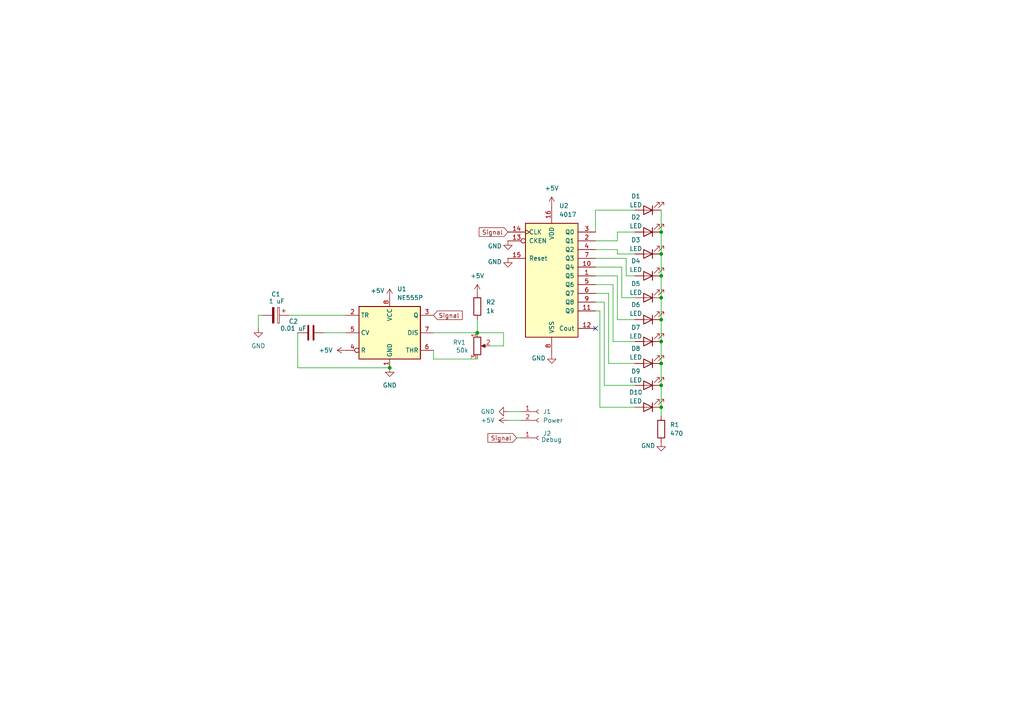
<source format=kicad_sch>
(kicad_sch
	(version 20250114)
	(generator "eeschema")
	(generator_version "9.0")
	(uuid "2c3123a7-5c29-4c25-b669-8ba5d773e9c1")
	(paper "A4")
	(lib_symbols
		(symbol "4xxx:4017"
			(pin_names
				(offset 1.016)
			)
			(exclude_from_sim no)
			(in_bom yes)
			(on_board yes)
			(property "Reference" "U"
				(at -7.62 16.51 0)
				(effects
					(font
						(size 1.27 1.27)
					)
				)
			)
			(property "Value" "4017"
				(at -7.62 -19.05 0)
				(effects
					(font
						(size 1.27 1.27)
					)
				)
			)
			(property "Footprint" ""
				(at 0 0 0)
				(effects
					(font
						(size 1.27 1.27)
					)
					(hide yes)
				)
			)
			(property "Datasheet" "http://www.intersil.com/content/dam/Intersil/documents/cd40/cd4017bms-22bms.pdf"
				(at 0 0 0)
				(effects
					(font
						(size 1.27 1.27)
					)
					(hide yes)
				)
			)
			(property "Description" "Johnson Counter ( 10 outputs )"
				(at 0 0 0)
				(effects
					(font
						(size 1.27 1.27)
					)
					(hide yes)
				)
			)
			(property "ki_locked" ""
				(at 0 0 0)
				(effects
					(font
						(size 1.27 1.27)
					)
				)
			)
			(property "ki_keywords" "CNT CNT10"
				(at 0 0 0)
				(effects
					(font
						(size 1.27 1.27)
					)
					(hide yes)
				)
			)
			(property "ki_fp_filters" "DIP?16*"
				(at 0 0 0)
				(effects
					(font
						(size 1.27 1.27)
					)
					(hide yes)
				)
			)
			(symbol "4017_1_0"
				(pin input clock
					(at -12.7 12.7 0)
					(length 5.08)
					(name "CLK"
						(effects
							(font
								(size 1.27 1.27)
							)
						)
					)
					(number "14"
						(effects
							(font
								(size 1.27 1.27)
							)
						)
					)
				)
				(pin input inverted
					(at -12.7 10.16 0)
					(length 5.08)
					(name "CKEN"
						(effects
							(font
								(size 1.27 1.27)
							)
						)
					)
					(number "13"
						(effects
							(font
								(size 1.27 1.27)
							)
						)
					)
				)
				(pin input line
					(at -12.7 5.08 0)
					(length 5.08)
					(name "Reset"
						(effects
							(font
								(size 1.27 1.27)
							)
						)
					)
					(number "15"
						(effects
							(font
								(size 1.27 1.27)
							)
						)
					)
				)
				(pin power_in line
					(at 0 20.32 270)
					(length 5.08)
					(name "VDD"
						(effects
							(font
								(size 1.27 1.27)
							)
						)
					)
					(number "16"
						(effects
							(font
								(size 1.27 1.27)
							)
						)
					)
				)
				(pin power_in line
					(at 0 -22.86 90)
					(length 5.08)
					(name "VSS"
						(effects
							(font
								(size 1.27 1.27)
							)
						)
					)
					(number "8"
						(effects
							(font
								(size 1.27 1.27)
							)
						)
					)
				)
				(pin output line
					(at 12.7 12.7 180)
					(length 5.08)
					(name "Q0"
						(effects
							(font
								(size 1.27 1.27)
							)
						)
					)
					(number "3"
						(effects
							(font
								(size 1.27 1.27)
							)
						)
					)
				)
				(pin output line
					(at 12.7 10.16 180)
					(length 5.08)
					(name "Q1"
						(effects
							(font
								(size 1.27 1.27)
							)
						)
					)
					(number "2"
						(effects
							(font
								(size 1.27 1.27)
							)
						)
					)
				)
				(pin output line
					(at 12.7 7.62 180)
					(length 5.08)
					(name "Q2"
						(effects
							(font
								(size 1.27 1.27)
							)
						)
					)
					(number "4"
						(effects
							(font
								(size 1.27 1.27)
							)
						)
					)
				)
				(pin output line
					(at 12.7 5.08 180)
					(length 5.08)
					(name "Q3"
						(effects
							(font
								(size 1.27 1.27)
							)
						)
					)
					(number "7"
						(effects
							(font
								(size 1.27 1.27)
							)
						)
					)
				)
				(pin output line
					(at 12.7 2.54 180)
					(length 5.08)
					(name "Q4"
						(effects
							(font
								(size 1.27 1.27)
							)
						)
					)
					(number "10"
						(effects
							(font
								(size 1.27 1.27)
							)
						)
					)
				)
				(pin output line
					(at 12.7 0 180)
					(length 5.08)
					(name "Q5"
						(effects
							(font
								(size 1.27 1.27)
							)
						)
					)
					(number "1"
						(effects
							(font
								(size 1.27 1.27)
							)
						)
					)
				)
				(pin output line
					(at 12.7 -2.54 180)
					(length 5.08)
					(name "Q6"
						(effects
							(font
								(size 1.27 1.27)
							)
						)
					)
					(number "5"
						(effects
							(font
								(size 1.27 1.27)
							)
						)
					)
				)
				(pin output line
					(at 12.7 -5.08 180)
					(length 5.08)
					(name "Q7"
						(effects
							(font
								(size 1.27 1.27)
							)
						)
					)
					(number "6"
						(effects
							(font
								(size 1.27 1.27)
							)
						)
					)
				)
				(pin output line
					(at 12.7 -7.62 180)
					(length 5.08)
					(name "Q8"
						(effects
							(font
								(size 1.27 1.27)
							)
						)
					)
					(number "9"
						(effects
							(font
								(size 1.27 1.27)
							)
						)
					)
				)
				(pin output line
					(at 12.7 -10.16 180)
					(length 5.08)
					(name "Q9"
						(effects
							(font
								(size 1.27 1.27)
							)
						)
					)
					(number "11"
						(effects
							(font
								(size 1.27 1.27)
							)
						)
					)
				)
				(pin output line
					(at 12.7 -15.24 180)
					(length 5.08)
					(name "Cout"
						(effects
							(font
								(size 1.27 1.27)
							)
						)
					)
					(number "12"
						(effects
							(font
								(size 1.27 1.27)
							)
						)
					)
				)
			)
			(symbol "4017_1_1"
				(rectangle
					(start -7.62 15.24)
					(end 7.62 -17.78)
					(stroke
						(width 0.254)
						(type default)
					)
					(fill
						(type background)
					)
				)
			)
			(embedded_fonts no)
		)
		(symbol "Connector:Conn_01x01_Socket"
			(pin_names
				(offset 1.016)
				(hide yes)
			)
			(exclude_from_sim no)
			(in_bom yes)
			(on_board yes)
			(property "Reference" "J"
				(at 0 2.54 0)
				(effects
					(font
						(size 1.27 1.27)
					)
				)
			)
			(property "Value" "Conn_01x01_Socket"
				(at 0 -2.54 0)
				(effects
					(font
						(size 1.27 1.27)
					)
				)
			)
			(property "Footprint" ""
				(at 0 0 0)
				(effects
					(font
						(size 1.27 1.27)
					)
					(hide yes)
				)
			)
			(property "Datasheet" "~"
				(at 0 0 0)
				(effects
					(font
						(size 1.27 1.27)
					)
					(hide yes)
				)
			)
			(property "Description" "Generic connector, single row, 01x01, script generated"
				(at 0 0 0)
				(effects
					(font
						(size 1.27 1.27)
					)
					(hide yes)
				)
			)
			(property "ki_locked" ""
				(at 0 0 0)
				(effects
					(font
						(size 1.27 1.27)
					)
				)
			)
			(property "ki_keywords" "connector"
				(at 0 0 0)
				(effects
					(font
						(size 1.27 1.27)
					)
					(hide yes)
				)
			)
			(property "ki_fp_filters" "Connector*:*_1x??_*"
				(at 0 0 0)
				(effects
					(font
						(size 1.27 1.27)
					)
					(hide yes)
				)
			)
			(symbol "Conn_01x01_Socket_1_1"
				(polyline
					(pts
						(xy -1.27 0) (xy -0.508 0)
					)
					(stroke
						(width 0.1524)
						(type default)
					)
					(fill
						(type none)
					)
				)
				(arc
					(start 0 -0.508)
					(mid -0.5058 0)
					(end 0 0.508)
					(stroke
						(width 0.1524)
						(type default)
					)
					(fill
						(type none)
					)
				)
				(pin passive line
					(at -5.08 0 0)
					(length 3.81)
					(name "Pin_1"
						(effects
							(font
								(size 1.27 1.27)
							)
						)
					)
					(number "1"
						(effects
							(font
								(size 1.27 1.27)
							)
						)
					)
				)
			)
			(embedded_fonts no)
		)
		(symbol "Connector:Conn_01x02_Socket"
			(pin_names
				(offset 1.016)
				(hide yes)
			)
			(exclude_from_sim no)
			(in_bom yes)
			(on_board yes)
			(property "Reference" "J"
				(at 0 2.54 0)
				(effects
					(font
						(size 1.27 1.27)
					)
				)
			)
			(property "Value" "Conn_01x02_Socket"
				(at 0 -5.08 0)
				(effects
					(font
						(size 1.27 1.27)
					)
				)
			)
			(property "Footprint" ""
				(at 0 0 0)
				(effects
					(font
						(size 1.27 1.27)
					)
					(hide yes)
				)
			)
			(property "Datasheet" "~"
				(at 0 0 0)
				(effects
					(font
						(size 1.27 1.27)
					)
					(hide yes)
				)
			)
			(property "Description" "Generic connector, single row, 01x02, script generated"
				(at 0 0 0)
				(effects
					(font
						(size 1.27 1.27)
					)
					(hide yes)
				)
			)
			(property "ki_locked" ""
				(at 0 0 0)
				(effects
					(font
						(size 1.27 1.27)
					)
				)
			)
			(property "ki_keywords" "connector"
				(at 0 0 0)
				(effects
					(font
						(size 1.27 1.27)
					)
					(hide yes)
				)
			)
			(property "ki_fp_filters" "Connector*:*_1x??_*"
				(at 0 0 0)
				(effects
					(font
						(size 1.27 1.27)
					)
					(hide yes)
				)
			)
			(symbol "Conn_01x02_Socket_1_1"
				(polyline
					(pts
						(xy -1.27 0) (xy -0.508 0)
					)
					(stroke
						(width 0.1524)
						(type default)
					)
					(fill
						(type none)
					)
				)
				(polyline
					(pts
						(xy -1.27 -2.54) (xy -0.508 -2.54)
					)
					(stroke
						(width 0.1524)
						(type default)
					)
					(fill
						(type none)
					)
				)
				(arc
					(start 0 -0.508)
					(mid -0.5058 0)
					(end 0 0.508)
					(stroke
						(width 0.1524)
						(type default)
					)
					(fill
						(type none)
					)
				)
				(arc
					(start 0 -3.048)
					(mid -0.5058 -2.54)
					(end 0 -2.032)
					(stroke
						(width 0.1524)
						(type default)
					)
					(fill
						(type none)
					)
				)
				(pin passive line
					(at -5.08 0 0)
					(length 3.81)
					(name "Pin_1"
						(effects
							(font
								(size 1.27 1.27)
							)
						)
					)
					(number "1"
						(effects
							(font
								(size 1.27 1.27)
							)
						)
					)
				)
				(pin passive line
					(at -5.08 -2.54 0)
					(length 3.81)
					(name "Pin_2"
						(effects
							(font
								(size 1.27 1.27)
							)
						)
					)
					(number "2"
						(effects
							(font
								(size 1.27 1.27)
							)
						)
					)
				)
			)
			(embedded_fonts no)
		)
		(symbol "Device:C"
			(pin_numbers
				(hide yes)
			)
			(pin_names
				(offset 0.254)
			)
			(exclude_from_sim no)
			(in_bom yes)
			(on_board yes)
			(property "Reference" "C"
				(at 0.635 2.54 0)
				(effects
					(font
						(size 1.27 1.27)
					)
					(justify left)
				)
			)
			(property "Value" "C"
				(at 0.635 -2.54 0)
				(effects
					(font
						(size 1.27 1.27)
					)
					(justify left)
				)
			)
			(property "Footprint" ""
				(at 0.9652 -3.81 0)
				(effects
					(font
						(size 1.27 1.27)
					)
					(hide yes)
				)
			)
			(property "Datasheet" "~"
				(at 0 0 0)
				(effects
					(font
						(size 1.27 1.27)
					)
					(hide yes)
				)
			)
			(property "Description" "Unpolarized capacitor"
				(at 0 0 0)
				(effects
					(font
						(size 1.27 1.27)
					)
					(hide yes)
				)
			)
			(property "ki_keywords" "cap capacitor"
				(at 0 0 0)
				(effects
					(font
						(size 1.27 1.27)
					)
					(hide yes)
				)
			)
			(property "ki_fp_filters" "C_*"
				(at 0 0 0)
				(effects
					(font
						(size 1.27 1.27)
					)
					(hide yes)
				)
			)
			(symbol "C_0_1"
				(polyline
					(pts
						(xy -2.032 0.762) (xy 2.032 0.762)
					)
					(stroke
						(width 0.508)
						(type default)
					)
					(fill
						(type none)
					)
				)
				(polyline
					(pts
						(xy -2.032 -0.762) (xy 2.032 -0.762)
					)
					(stroke
						(width 0.508)
						(type default)
					)
					(fill
						(type none)
					)
				)
			)
			(symbol "C_1_1"
				(pin passive line
					(at 0 3.81 270)
					(length 2.794)
					(name "~"
						(effects
							(font
								(size 1.27 1.27)
							)
						)
					)
					(number "1"
						(effects
							(font
								(size 1.27 1.27)
							)
						)
					)
				)
				(pin passive line
					(at 0 -3.81 90)
					(length 2.794)
					(name "~"
						(effects
							(font
								(size 1.27 1.27)
							)
						)
					)
					(number "2"
						(effects
							(font
								(size 1.27 1.27)
							)
						)
					)
				)
			)
			(embedded_fonts no)
		)
		(symbol "Device:C_Polarized"
			(pin_numbers
				(hide yes)
			)
			(pin_names
				(offset 0.254)
			)
			(exclude_from_sim no)
			(in_bom yes)
			(on_board yes)
			(property "Reference" "C"
				(at 0.635 2.54 0)
				(effects
					(font
						(size 1.27 1.27)
					)
					(justify left)
				)
			)
			(property "Value" "C_Polarized"
				(at 0.635 -2.54 0)
				(effects
					(font
						(size 1.27 1.27)
					)
					(justify left)
				)
			)
			(property "Footprint" ""
				(at 0.9652 -3.81 0)
				(effects
					(font
						(size 1.27 1.27)
					)
					(hide yes)
				)
			)
			(property "Datasheet" "~"
				(at 0 0 0)
				(effects
					(font
						(size 1.27 1.27)
					)
					(hide yes)
				)
			)
			(property "Description" "Polarized capacitor"
				(at 0 0 0)
				(effects
					(font
						(size 1.27 1.27)
					)
					(hide yes)
				)
			)
			(property "ki_keywords" "cap capacitor"
				(at 0 0 0)
				(effects
					(font
						(size 1.27 1.27)
					)
					(hide yes)
				)
			)
			(property "ki_fp_filters" "CP_*"
				(at 0 0 0)
				(effects
					(font
						(size 1.27 1.27)
					)
					(hide yes)
				)
			)
			(symbol "C_Polarized_0_1"
				(rectangle
					(start -2.286 0.508)
					(end 2.286 1.016)
					(stroke
						(width 0)
						(type default)
					)
					(fill
						(type none)
					)
				)
				(polyline
					(pts
						(xy -1.778 2.286) (xy -0.762 2.286)
					)
					(stroke
						(width 0)
						(type default)
					)
					(fill
						(type none)
					)
				)
				(polyline
					(pts
						(xy -1.27 2.794) (xy -1.27 1.778)
					)
					(stroke
						(width 0)
						(type default)
					)
					(fill
						(type none)
					)
				)
				(rectangle
					(start 2.286 -0.508)
					(end -2.286 -1.016)
					(stroke
						(width 0)
						(type default)
					)
					(fill
						(type outline)
					)
				)
			)
			(symbol "C_Polarized_1_1"
				(pin passive line
					(at 0 3.81 270)
					(length 2.794)
					(name "~"
						(effects
							(font
								(size 1.27 1.27)
							)
						)
					)
					(number "1"
						(effects
							(font
								(size 1.27 1.27)
							)
						)
					)
				)
				(pin passive line
					(at 0 -3.81 90)
					(length 2.794)
					(name "~"
						(effects
							(font
								(size 1.27 1.27)
							)
						)
					)
					(number "2"
						(effects
							(font
								(size 1.27 1.27)
							)
						)
					)
				)
			)
			(embedded_fonts no)
		)
		(symbol "Device:LED"
			(pin_numbers
				(hide yes)
			)
			(pin_names
				(offset 1.016)
				(hide yes)
			)
			(exclude_from_sim no)
			(in_bom yes)
			(on_board yes)
			(property "Reference" "D"
				(at 0 2.54 0)
				(effects
					(font
						(size 1.27 1.27)
					)
				)
			)
			(property "Value" "LED"
				(at 0 -2.54 0)
				(effects
					(font
						(size 1.27 1.27)
					)
				)
			)
			(property "Footprint" ""
				(at 0 0 0)
				(effects
					(font
						(size 1.27 1.27)
					)
					(hide yes)
				)
			)
			(property "Datasheet" "~"
				(at 0 0 0)
				(effects
					(font
						(size 1.27 1.27)
					)
					(hide yes)
				)
			)
			(property "Description" "Light emitting diode"
				(at 0 0 0)
				(effects
					(font
						(size 1.27 1.27)
					)
					(hide yes)
				)
			)
			(property "Sim.Pins" "1=K 2=A"
				(at 0 0 0)
				(effects
					(font
						(size 1.27 1.27)
					)
					(hide yes)
				)
			)
			(property "ki_keywords" "LED diode"
				(at 0 0 0)
				(effects
					(font
						(size 1.27 1.27)
					)
					(hide yes)
				)
			)
			(property "ki_fp_filters" "LED* LED_SMD:* LED_THT:*"
				(at 0 0 0)
				(effects
					(font
						(size 1.27 1.27)
					)
					(hide yes)
				)
			)
			(symbol "LED_0_1"
				(polyline
					(pts
						(xy -3.048 -0.762) (xy -4.572 -2.286) (xy -3.81 -2.286) (xy -4.572 -2.286) (xy -4.572 -1.524)
					)
					(stroke
						(width 0)
						(type default)
					)
					(fill
						(type none)
					)
				)
				(polyline
					(pts
						(xy -1.778 -0.762) (xy -3.302 -2.286) (xy -2.54 -2.286) (xy -3.302 -2.286) (xy -3.302 -1.524)
					)
					(stroke
						(width 0)
						(type default)
					)
					(fill
						(type none)
					)
				)
				(polyline
					(pts
						(xy -1.27 0) (xy 1.27 0)
					)
					(stroke
						(width 0)
						(type default)
					)
					(fill
						(type none)
					)
				)
				(polyline
					(pts
						(xy -1.27 -1.27) (xy -1.27 1.27)
					)
					(stroke
						(width 0.254)
						(type default)
					)
					(fill
						(type none)
					)
				)
				(polyline
					(pts
						(xy 1.27 -1.27) (xy 1.27 1.27) (xy -1.27 0) (xy 1.27 -1.27)
					)
					(stroke
						(width 0.254)
						(type default)
					)
					(fill
						(type none)
					)
				)
			)
			(symbol "LED_1_1"
				(pin passive line
					(at -3.81 0 0)
					(length 2.54)
					(name "K"
						(effects
							(font
								(size 1.27 1.27)
							)
						)
					)
					(number "1"
						(effects
							(font
								(size 1.27 1.27)
							)
						)
					)
				)
				(pin passive line
					(at 3.81 0 180)
					(length 2.54)
					(name "A"
						(effects
							(font
								(size 1.27 1.27)
							)
						)
					)
					(number "2"
						(effects
							(font
								(size 1.27 1.27)
							)
						)
					)
				)
			)
			(embedded_fonts no)
		)
		(symbol "Device:R"
			(pin_numbers
				(hide yes)
			)
			(pin_names
				(offset 0)
			)
			(exclude_from_sim no)
			(in_bom yes)
			(on_board yes)
			(property "Reference" "R"
				(at 2.032 0 90)
				(effects
					(font
						(size 1.27 1.27)
					)
				)
			)
			(property "Value" "R"
				(at 0 0 90)
				(effects
					(font
						(size 1.27 1.27)
					)
				)
			)
			(property "Footprint" ""
				(at -1.778 0 90)
				(effects
					(font
						(size 1.27 1.27)
					)
					(hide yes)
				)
			)
			(property "Datasheet" "~"
				(at 0 0 0)
				(effects
					(font
						(size 1.27 1.27)
					)
					(hide yes)
				)
			)
			(property "Description" "Resistor"
				(at 0 0 0)
				(effects
					(font
						(size 1.27 1.27)
					)
					(hide yes)
				)
			)
			(property "ki_keywords" "R res resistor"
				(at 0 0 0)
				(effects
					(font
						(size 1.27 1.27)
					)
					(hide yes)
				)
			)
			(property "ki_fp_filters" "R_*"
				(at 0 0 0)
				(effects
					(font
						(size 1.27 1.27)
					)
					(hide yes)
				)
			)
			(symbol "R_0_1"
				(rectangle
					(start -1.016 -2.54)
					(end 1.016 2.54)
					(stroke
						(width 0.254)
						(type default)
					)
					(fill
						(type none)
					)
				)
			)
			(symbol "R_1_1"
				(pin passive line
					(at 0 3.81 270)
					(length 1.27)
					(name "~"
						(effects
							(font
								(size 1.27 1.27)
							)
						)
					)
					(number "1"
						(effects
							(font
								(size 1.27 1.27)
							)
						)
					)
				)
				(pin passive line
					(at 0 -3.81 90)
					(length 1.27)
					(name "~"
						(effects
							(font
								(size 1.27 1.27)
							)
						)
					)
					(number "2"
						(effects
							(font
								(size 1.27 1.27)
							)
						)
					)
				)
			)
			(embedded_fonts no)
		)
		(symbol "Device:R_Potentiometer"
			(pin_names
				(offset 1.016)
				(hide yes)
			)
			(exclude_from_sim no)
			(in_bom yes)
			(on_board yes)
			(property "Reference" "RV"
				(at -4.445 0 90)
				(effects
					(font
						(size 1.27 1.27)
					)
				)
			)
			(property "Value" "R_Potentiometer"
				(at -2.54 0 90)
				(effects
					(font
						(size 1.27 1.27)
					)
				)
			)
			(property "Footprint" ""
				(at 0 0 0)
				(effects
					(font
						(size 1.27 1.27)
					)
					(hide yes)
				)
			)
			(property "Datasheet" "~"
				(at 0 0 0)
				(effects
					(font
						(size 1.27 1.27)
					)
					(hide yes)
				)
			)
			(property "Description" "Potentiometer"
				(at 0 0 0)
				(effects
					(font
						(size 1.27 1.27)
					)
					(hide yes)
				)
			)
			(property "ki_keywords" "resistor variable"
				(at 0 0 0)
				(effects
					(font
						(size 1.27 1.27)
					)
					(hide yes)
				)
			)
			(property "ki_fp_filters" "Potentiometer*"
				(at 0 0 0)
				(effects
					(font
						(size 1.27 1.27)
					)
					(hide yes)
				)
			)
			(symbol "R_Potentiometer_0_1"
				(rectangle
					(start 1.016 2.54)
					(end -1.016 -2.54)
					(stroke
						(width 0.254)
						(type default)
					)
					(fill
						(type none)
					)
				)
				(polyline
					(pts
						(xy 1.143 0) (xy 2.286 0.508) (xy 2.286 -0.508) (xy 1.143 0)
					)
					(stroke
						(width 0)
						(type default)
					)
					(fill
						(type outline)
					)
				)
				(polyline
					(pts
						(xy 2.54 0) (xy 1.524 0)
					)
					(stroke
						(width 0)
						(type default)
					)
					(fill
						(type none)
					)
				)
			)
			(symbol "R_Potentiometer_1_1"
				(pin passive line
					(at 0 3.81 270)
					(length 1.27)
					(name "1"
						(effects
							(font
								(size 1.27 1.27)
							)
						)
					)
					(number "1"
						(effects
							(font
								(size 1.27 1.27)
							)
						)
					)
				)
				(pin passive line
					(at 0 -3.81 90)
					(length 1.27)
					(name "3"
						(effects
							(font
								(size 1.27 1.27)
							)
						)
					)
					(number "3"
						(effects
							(font
								(size 1.27 1.27)
							)
						)
					)
				)
				(pin passive line
					(at 3.81 0 180)
					(length 1.27)
					(name "2"
						(effects
							(font
								(size 1.27 1.27)
							)
						)
					)
					(number "2"
						(effects
							(font
								(size 1.27 1.27)
							)
						)
					)
				)
			)
			(embedded_fonts no)
		)
		(symbol "Timer:NE555P"
			(exclude_from_sim no)
			(in_bom yes)
			(on_board yes)
			(property "Reference" "U"
				(at -10.16 8.89 0)
				(effects
					(font
						(size 1.27 1.27)
					)
					(justify left)
				)
			)
			(property "Value" "NE555P"
				(at 2.54 8.89 0)
				(effects
					(font
						(size 1.27 1.27)
					)
					(justify left)
				)
			)
			(property "Footprint" "Package_DIP:DIP-8_W7.62mm"
				(at 16.51 -10.16 0)
				(effects
					(font
						(size 1.27 1.27)
					)
					(hide yes)
				)
			)
			(property "Datasheet" "http://www.ti.com/lit/ds/symlink/ne555.pdf"
				(at 21.59 -10.16 0)
				(effects
					(font
						(size 1.27 1.27)
					)
					(hide yes)
				)
			)
			(property "Description" "Precision Timers, 555 compatible,  PDIP-8"
				(at 0 0 0)
				(effects
					(font
						(size 1.27 1.27)
					)
					(hide yes)
				)
			)
			(property "ki_keywords" "single timer 555"
				(at 0 0 0)
				(effects
					(font
						(size 1.27 1.27)
					)
					(hide yes)
				)
			)
			(property "ki_fp_filters" "DIP*W7.62mm*"
				(at 0 0 0)
				(effects
					(font
						(size 1.27 1.27)
					)
					(hide yes)
				)
			)
			(symbol "NE555P_0_0"
				(pin power_in line
					(at 0 10.16 270)
					(length 2.54)
					(name "VCC"
						(effects
							(font
								(size 1.27 1.27)
							)
						)
					)
					(number "8"
						(effects
							(font
								(size 1.27 1.27)
							)
						)
					)
				)
				(pin power_in line
					(at 0 -10.16 90)
					(length 2.54)
					(name "GND"
						(effects
							(font
								(size 1.27 1.27)
							)
						)
					)
					(number "1"
						(effects
							(font
								(size 1.27 1.27)
							)
						)
					)
				)
			)
			(symbol "NE555P_0_1"
				(rectangle
					(start -8.89 -7.62)
					(end 8.89 7.62)
					(stroke
						(width 0.254)
						(type default)
					)
					(fill
						(type background)
					)
				)
				(rectangle
					(start -8.89 -7.62)
					(end 8.89 7.62)
					(stroke
						(width 0.254)
						(type default)
					)
					(fill
						(type background)
					)
				)
			)
			(symbol "NE555P_1_1"
				(pin input line
					(at -12.7 5.08 0)
					(length 3.81)
					(name "TR"
						(effects
							(font
								(size 1.27 1.27)
							)
						)
					)
					(number "2"
						(effects
							(font
								(size 1.27 1.27)
							)
						)
					)
				)
				(pin input line
					(at -12.7 0 0)
					(length 3.81)
					(name "CV"
						(effects
							(font
								(size 1.27 1.27)
							)
						)
					)
					(number "5"
						(effects
							(font
								(size 1.27 1.27)
							)
						)
					)
				)
				(pin input inverted
					(at -12.7 -5.08 0)
					(length 3.81)
					(name "R"
						(effects
							(font
								(size 1.27 1.27)
							)
						)
					)
					(number "4"
						(effects
							(font
								(size 1.27 1.27)
							)
						)
					)
				)
				(pin output line
					(at 12.7 5.08 180)
					(length 3.81)
					(name "Q"
						(effects
							(font
								(size 1.27 1.27)
							)
						)
					)
					(number "3"
						(effects
							(font
								(size 1.27 1.27)
							)
						)
					)
				)
				(pin input line
					(at 12.7 0 180)
					(length 3.81)
					(name "DIS"
						(effects
							(font
								(size 1.27 1.27)
							)
						)
					)
					(number "7"
						(effects
							(font
								(size 1.27 1.27)
							)
						)
					)
				)
				(pin input line
					(at 12.7 -5.08 180)
					(length 3.81)
					(name "THR"
						(effects
							(font
								(size 1.27 1.27)
							)
						)
					)
					(number "6"
						(effects
							(font
								(size 1.27 1.27)
							)
						)
					)
				)
			)
			(embedded_fonts no)
		)
		(symbol "power:+5V"
			(power)
			(pin_numbers
				(hide yes)
			)
			(pin_names
				(offset 0)
				(hide yes)
			)
			(exclude_from_sim no)
			(in_bom yes)
			(on_board yes)
			(property "Reference" "#PWR"
				(at 0 -3.81 0)
				(effects
					(font
						(size 1.27 1.27)
					)
					(hide yes)
				)
			)
			(property "Value" "+5V"
				(at 0 3.556 0)
				(effects
					(font
						(size 1.27 1.27)
					)
				)
			)
			(property "Footprint" ""
				(at 0 0 0)
				(effects
					(font
						(size 1.27 1.27)
					)
					(hide yes)
				)
			)
			(property "Datasheet" ""
				(at 0 0 0)
				(effects
					(font
						(size 1.27 1.27)
					)
					(hide yes)
				)
			)
			(property "Description" "Power symbol creates a global label with name \"+5V\""
				(at 0 0 0)
				(effects
					(font
						(size 1.27 1.27)
					)
					(hide yes)
				)
			)
			(property "ki_keywords" "global power"
				(at 0 0 0)
				(effects
					(font
						(size 1.27 1.27)
					)
					(hide yes)
				)
			)
			(symbol "+5V_0_1"
				(polyline
					(pts
						(xy -0.762 1.27) (xy 0 2.54)
					)
					(stroke
						(width 0)
						(type default)
					)
					(fill
						(type none)
					)
				)
				(polyline
					(pts
						(xy 0 2.54) (xy 0.762 1.27)
					)
					(stroke
						(width 0)
						(type default)
					)
					(fill
						(type none)
					)
				)
				(polyline
					(pts
						(xy 0 0) (xy 0 2.54)
					)
					(stroke
						(width 0)
						(type default)
					)
					(fill
						(type none)
					)
				)
			)
			(symbol "+5V_1_1"
				(pin power_in line
					(at 0 0 90)
					(length 0)
					(name "~"
						(effects
							(font
								(size 1.27 1.27)
							)
						)
					)
					(number "1"
						(effects
							(font
								(size 1.27 1.27)
							)
						)
					)
				)
			)
			(embedded_fonts no)
		)
		(symbol "power:GND"
			(power)
			(pin_numbers
				(hide yes)
			)
			(pin_names
				(offset 0)
				(hide yes)
			)
			(exclude_from_sim no)
			(in_bom yes)
			(on_board yes)
			(property "Reference" "#PWR"
				(at 0 -6.35 0)
				(effects
					(font
						(size 1.27 1.27)
					)
					(hide yes)
				)
			)
			(property "Value" "GND"
				(at 0 -3.81 0)
				(effects
					(font
						(size 1.27 1.27)
					)
				)
			)
			(property "Footprint" ""
				(at 0 0 0)
				(effects
					(font
						(size 1.27 1.27)
					)
					(hide yes)
				)
			)
			(property "Datasheet" ""
				(at 0 0 0)
				(effects
					(font
						(size 1.27 1.27)
					)
					(hide yes)
				)
			)
			(property "Description" "Power symbol creates a global label with name \"GND\" , ground"
				(at 0 0 0)
				(effects
					(font
						(size 1.27 1.27)
					)
					(hide yes)
				)
			)
			(property "ki_keywords" "global power"
				(at 0 0 0)
				(effects
					(font
						(size 1.27 1.27)
					)
					(hide yes)
				)
			)
			(symbol "GND_0_1"
				(polyline
					(pts
						(xy 0 0) (xy 0 -1.27) (xy 1.27 -1.27) (xy 0 -2.54) (xy -1.27 -1.27) (xy 0 -1.27)
					)
					(stroke
						(width 0)
						(type default)
					)
					(fill
						(type none)
					)
				)
			)
			(symbol "GND_1_1"
				(pin power_in line
					(at 0 0 270)
					(length 0)
					(name "~"
						(effects
							(font
								(size 1.27 1.27)
							)
						)
					)
					(number "1"
						(effects
							(font
								(size 1.27 1.27)
							)
						)
					)
				)
			)
			(embedded_fonts no)
		)
	)
	(junction
		(at 191.77 67.31)
		(diameter 0)
		(color 0 0 0 0)
		(uuid "00cf109c-30ee-4330-9e82-ab22f84b09af")
	)
	(junction
		(at 191.77 92.71)
		(diameter 0)
		(color 0 0 0 0)
		(uuid "0299bee0-124a-4484-9e1d-d5f261e96399")
	)
	(junction
		(at 191.77 99.06)
		(diameter 0)
		(color 0 0 0 0)
		(uuid "4aefa4e9-93c0-4f5b-a60f-1df5787e89bf")
	)
	(junction
		(at 113.03 106.68)
		(diameter 0)
		(color 0 0 0 0)
		(uuid "5bdb8a13-55e9-404a-93d2-f6f82ebc9fd7")
	)
	(junction
		(at 191.77 118.11)
		(diameter 0)
		(color 0 0 0 0)
		(uuid "91261ef6-6635-4419-ac46-7eaa3f24672c")
	)
	(junction
		(at 191.77 105.41)
		(diameter 0)
		(color 0 0 0 0)
		(uuid "afdfb2d3-8e32-42c2-91f3-4e17a9382b0a")
	)
	(junction
		(at 191.77 86.36)
		(diameter 0)
		(color 0 0 0 0)
		(uuid "e0c0da85-0530-43cc-8816-485dc0ad1893")
	)
	(junction
		(at 191.77 80.01)
		(diameter 0)
		(color 0 0 0 0)
		(uuid "e13cd91e-3e40-4fe5-a200-a749c4d3bfc8")
	)
	(junction
		(at 138.43 96.52)
		(diameter 0)
		(color 0 0 0 0)
		(uuid "ed810729-df3c-4ba9-9f15-f4cc70b246b5")
	)
	(junction
		(at 191.77 73.66)
		(diameter 0)
		(color 0 0 0 0)
		(uuid "ee725979-9f6c-489e-a8e7-4da2aa017baf")
	)
	(junction
		(at 191.77 111.76)
		(diameter 0)
		(color 0 0 0 0)
		(uuid "fe972886-487d-4962-a7b1-b441f7f6b52b")
	)
	(no_connect
		(at 172.72 95.25)
		(uuid "0ded2c8c-9bac-4d44-bb6e-c4d0ecdef1fb")
	)
	(wire
		(pts
			(xy 191.77 67.31) (xy 191.77 73.66)
		)
		(stroke
			(width 0)
			(type default)
		)
		(uuid "05b546f8-c042-4460-b2d5-fc66dc71c328")
	)
	(wire
		(pts
			(xy 147.32 121.92) (xy 151.13 121.92)
		)
		(stroke
			(width 0)
			(type default)
		)
		(uuid "0be5eb22-7bca-40cb-b64a-2f3ec5a4c749")
	)
	(wire
		(pts
			(xy 172.72 80.01) (xy 179.07 80.01)
		)
		(stroke
			(width 0)
			(type default)
		)
		(uuid "0ef9b2c1-eab4-406b-86eb-de4c2c719540")
	)
	(wire
		(pts
			(xy 146.05 100.33) (xy 142.24 100.33)
		)
		(stroke
			(width 0)
			(type default)
		)
		(uuid "1127ac70-25e2-4736-a88b-e906abdcf85f")
	)
	(wire
		(pts
			(xy 179.07 67.31) (xy 184.15 67.31)
		)
		(stroke
			(width 0)
			(type default)
		)
		(uuid "1b62ec88-8adb-4b7c-bf57-8754b517ad21")
	)
	(wire
		(pts
			(xy 191.77 60.96) (xy 191.77 67.31)
		)
		(stroke
			(width 0)
			(type default)
		)
		(uuid "1be6f2ae-5cbd-4de7-9798-80e7878d295b")
	)
	(wire
		(pts
			(xy 191.77 120.65) (xy 191.77 118.11)
		)
		(stroke
			(width 0)
			(type default)
		)
		(uuid "20c6b7d3-4c4a-4253-82c8-e498b72b8c87")
	)
	(wire
		(pts
			(xy 172.72 69.85) (xy 179.07 69.85)
		)
		(stroke
			(width 0)
			(type default)
		)
		(uuid "21a8e533-1a87-4a99-9743-570a933af60f")
	)
	(wire
		(pts
			(xy 176.53 85.09) (xy 176.53 105.41)
		)
		(stroke
			(width 0)
			(type default)
		)
		(uuid "26271b41-c712-4481-bec7-c15d7b6f7529")
	)
	(wire
		(pts
			(xy 179.07 72.39) (xy 179.07 73.66)
		)
		(stroke
			(width 0)
			(type default)
		)
		(uuid "2b0dcfe2-cd4e-455b-b9a0-62bc75a64667")
	)
	(wire
		(pts
			(xy 179.07 69.85) (xy 179.07 67.31)
		)
		(stroke
			(width 0)
			(type default)
		)
		(uuid "2eb92000-8970-4ec7-b493-1f75e0970d40")
	)
	(wire
		(pts
			(xy 172.72 82.55) (xy 177.8 82.55)
		)
		(stroke
			(width 0)
			(type default)
		)
		(uuid "36dd53de-93ab-439a-8ac3-7c647fbeecc3")
	)
	(wire
		(pts
			(xy 125.73 101.6) (xy 125.73 104.14)
		)
		(stroke
			(width 0)
			(type default)
		)
		(uuid "3dc25331-0f6e-46b3-98a4-0c117ed4bb08")
	)
	(wire
		(pts
			(xy 176.53 105.41) (xy 184.15 105.41)
		)
		(stroke
			(width 0)
			(type default)
		)
		(uuid "3e62e4fd-b39b-4da7-84b4-9d9508f0bf1a")
	)
	(wire
		(pts
			(xy 177.8 99.06) (xy 184.15 99.06)
		)
		(stroke
			(width 0)
			(type default)
		)
		(uuid "41c26fe0-9059-4971-adee-f82f676c5c44")
	)
	(wire
		(pts
			(xy 93.98 96.52) (xy 100.33 96.52)
		)
		(stroke
			(width 0)
			(type default)
		)
		(uuid "42e4aabb-4c39-4a25-9c10-c6ee10222ad2")
	)
	(wire
		(pts
			(xy 179.07 73.66) (xy 184.15 73.66)
		)
		(stroke
			(width 0)
			(type default)
		)
		(uuid "498e70c6-5585-40c0-81f6-0ded8984013f")
	)
	(wire
		(pts
			(xy 172.72 60.96) (xy 172.72 67.31)
		)
		(stroke
			(width 0)
			(type default)
		)
		(uuid "507f1af3-ab0f-4dc4-a101-306442b2f6a1")
	)
	(wire
		(pts
			(xy 149.86 127) (xy 151.13 127)
		)
		(stroke
			(width 0)
			(type default)
		)
		(uuid "55a1b9a0-7fa1-4d2d-b885-ba2e1022882f")
	)
	(wire
		(pts
			(xy 125.73 104.14) (xy 138.43 104.14)
		)
		(stroke
			(width 0)
			(type default)
		)
		(uuid "5998e9be-4f96-4439-ad01-73245cbb4756")
	)
	(wire
		(pts
			(xy 74.93 91.44) (xy 74.93 95.25)
		)
		(stroke
			(width 0)
			(type default)
		)
		(uuid "59bebafd-fa15-4b8f-b444-3406247ee7c6")
	)
	(wire
		(pts
			(xy 191.77 92.71) (xy 191.77 99.06)
		)
		(stroke
			(width 0)
			(type default)
		)
		(uuid "5f9822d8-5f30-422c-a495-8e3e33ee67ac")
	)
	(wire
		(pts
			(xy 138.43 96.52) (xy 146.05 96.52)
		)
		(stroke
			(width 0)
			(type default)
		)
		(uuid "626b6833-0a9f-403a-befb-09337608adb7")
	)
	(wire
		(pts
			(xy 179.07 92.71) (xy 184.15 92.71)
		)
		(stroke
			(width 0)
			(type default)
		)
		(uuid "62cfafd0-0578-4c87-85ad-a1d7946b650e")
	)
	(wire
		(pts
			(xy 181.61 80.01) (xy 181.61 74.93)
		)
		(stroke
			(width 0)
			(type default)
		)
		(uuid "69794848-1fe6-4f27-8ced-7163eef699de")
	)
	(wire
		(pts
			(xy 172.72 72.39) (xy 179.07 72.39)
		)
		(stroke
			(width 0)
			(type default)
		)
		(uuid "6b177a9a-d2a5-43ce-b742-4dd4b8d72e06")
	)
	(wire
		(pts
			(xy 191.77 111.76) (xy 191.77 118.11)
		)
		(stroke
			(width 0)
			(type default)
		)
		(uuid "7223a708-725a-44ad-a3ae-dac818ba153c")
	)
	(wire
		(pts
			(xy 86.36 106.68) (xy 113.03 106.68)
		)
		(stroke
			(width 0)
			(type default)
		)
		(uuid "73888ecf-1749-4f71-b183-0b6d403b1fa6")
	)
	(wire
		(pts
			(xy 175.26 111.76) (xy 184.15 111.76)
		)
		(stroke
			(width 0)
			(type default)
		)
		(uuid "75b9b4ca-6d37-4d8b-a936-6c47516e419f")
	)
	(wire
		(pts
			(xy 76.2 91.44) (xy 74.93 91.44)
		)
		(stroke
			(width 0)
			(type default)
		)
		(uuid "7fdea8a2-db82-4a74-a264-242ad01443c0")
	)
	(wire
		(pts
			(xy 147.32 119.38) (xy 151.13 119.38)
		)
		(stroke
			(width 0)
			(type default)
		)
		(uuid "8379187f-0f5e-46d0-8b12-01f3c66269d9")
	)
	(wire
		(pts
			(xy 177.8 82.55) (xy 177.8 99.06)
		)
		(stroke
			(width 0)
			(type default)
		)
		(uuid "85176751-7882-4e9d-890d-a05fe4bdfc4d")
	)
	(wire
		(pts
			(xy 125.73 96.52) (xy 138.43 96.52)
		)
		(stroke
			(width 0)
			(type default)
		)
		(uuid "859af498-e0ce-4599-9bc9-6cf920a33b3f")
	)
	(wire
		(pts
			(xy 172.72 87.63) (xy 175.26 87.63)
		)
		(stroke
			(width 0)
			(type default)
		)
		(uuid "9158ae9a-31c1-4543-b891-5e12e1484218")
	)
	(wire
		(pts
			(xy 184.15 86.36) (xy 180.34 86.36)
		)
		(stroke
			(width 0)
			(type default)
		)
		(uuid "96008273-c386-4acd-9511-af66633b411a")
	)
	(wire
		(pts
			(xy 173.99 90.17) (xy 173.99 118.11)
		)
		(stroke
			(width 0)
			(type default)
		)
		(uuid "9690bd9b-b353-4481-bb97-8f38865e9d5b")
	)
	(wire
		(pts
			(xy 83.82 91.44) (xy 100.33 91.44)
		)
		(stroke
			(width 0)
			(type default)
		)
		(uuid "9d4592f0-2b30-457a-b1ed-2f1241e47253")
	)
	(wire
		(pts
			(xy 86.36 96.52) (xy 86.36 106.68)
		)
		(stroke
			(width 0)
			(type default)
		)
		(uuid "af7c8424-90a7-4485-8252-a3d7e2361695")
	)
	(wire
		(pts
			(xy 184.15 80.01) (xy 181.61 80.01)
		)
		(stroke
			(width 0)
			(type default)
		)
		(uuid "bcab0bf7-5797-478a-8141-ae47932dd932")
	)
	(wire
		(pts
			(xy 191.77 105.41) (xy 191.77 111.76)
		)
		(stroke
			(width 0)
			(type default)
		)
		(uuid "c11a6005-1bb7-4fd5-811e-a3d9545e54db")
	)
	(wire
		(pts
			(xy 138.43 92.71) (xy 138.43 96.52)
		)
		(stroke
			(width 0)
			(type default)
		)
		(uuid "c5370d25-3299-4d1a-8e1e-143cf9634251")
	)
	(wire
		(pts
			(xy 173.99 90.17) (xy 172.72 90.17)
		)
		(stroke
			(width 0)
			(type default)
		)
		(uuid "c60089da-78ac-4f9e-966e-2983f9d4a97b")
	)
	(wire
		(pts
			(xy 191.77 86.36) (xy 191.77 92.71)
		)
		(stroke
			(width 0)
			(type default)
		)
		(uuid "c6efcc50-4cea-44f8-a789-6bc202025728")
	)
	(wire
		(pts
			(xy 191.77 73.66) (xy 191.77 80.01)
		)
		(stroke
			(width 0)
			(type default)
		)
		(uuid "c7074c84-0b0b-44c1-9a32-4140c22451fc")
	)
	(wire
		(pts
			(xy 146.05 96.52) (xy 146.05 100.33)
		)
		(stroke
			(width 0)
			(type default)
		)
		(uuid "ccc81b09-d101-402c-9dc7-bffdbf52412a")
	)
	(wire
		(pts
			(xy 172.72 74.93) (xy 181.61 74.93)
		)
		(stroke
			(width 0)
			(type default)
		)
		(uuid "cf45488d-3bed-4e2a-bd3b-2b70ee3e66fc")
	)
	(wire
		(pts
			(xy 191.77 99.06) (xy 191.77 105.41)
		)
		(stroke
			(width 0)
			(type default)
		)
		(uuid "d4f25d80-f7dc-46e0-a289-1fc6f8ad2dbe")
	)
	(wire
		(pts
			(xy 191.77 80.01) (xy 191.77 86.36)
		)
		(stroke
			(width 0)
			(type default)
		)
		(uuid "d8f9a645-9bbe-49f2-902e-233f9754da9d")
	)
	(wire
		(pts
			(xy 172.72 60.96) (xy 184.15 60.96)
		)
		(stroke
			(width 0)
			(type default)
		)
		(uuid "dbd51f46-02ea-42f9-ad63-16b7c6ec719b")
	)
	(wire
		(pts
			(xy 180.34 86.36) (xy 180.34 77.47)
		)
		(stroke
			(width 0)
			(type default)
		)
		(uuid "e509b64d-7615-432e-8132-737b13ebc933")
	)
	(wire
		(pts
			(xy 173.99 118.11) (xy 184.15 118.11)
		)
		(stroke
			(width 0)
			(type default)
		)
		(uuid "ecc08dfc-22ed-458d-9326-535ce22070e8")
	)
	(wire
		(pts
			(xy 172.72 77.47) (xy 180.34 77.47)
		)
		(stroke
			(width 0)
			(type default)
		)
		(uuid "ed67d19e-f1ce-45b1-a820-d12c41d5eb83")
	)
	(wire
		(pts
			(xy 175.26 87.63) (xy 175.26 111.76)
		)
		(stroke
			(width 0)
			(type default)
		)
		(uuid "ee293145-b1f3-45ab-b614-23368a4d0d96")
	)
	(wire
		(pts
			(xy 179.07 80.01) (xy 179.07 92.71)
		)
		(stroke
			(width 0)
			(type default)
		)
		(uuid "f47f1ed6-0a7d-438e-8d65-0d4e1ca8c6d1")
	)
	(wire
		(pts
			(xy 172.72 85.09) (xy 176.53 85.09)
		)
		(stroke
			(width 0)
			(type default)
		)
		(uuid "f8dc2b35-47fd-4093-812b-9b114d66c682")
	)
	(global_label "Signal"
		(shape input)
		(at 147.32 67.31 180)
		(fields_autoplaced yes)
		(effects
			(font
				(size 1.27 1.27)
			)
			(justify right)
		)
		(uuid "2d57d95b-2ce0-4904-82c3-40a1bf091bc2")
		(property "Intersheetrefs" "${INTERSHEET_REFS}"
			(at 138.4083 67.31 0)
			(effects
				(font
					(size 1.27 1.27)
				)
				(justify right)
				(hide yes)
			)
		)
	)
	(global_label "Signal"
		(shape input)
		(at 125.73 91.44 0)
		(fields_autoplaced yes)
		(effects
			(font
				(size 1.27 1.27)
			)
			(justify left)
		)
		(uuid "4e98b366-b998-4ca7-af28-526a099992ec")
		(property "Intersheetrefs" "${INTERSHEET_REFS}"
			(at 134.6417 91.44 0)
			(effects
				(font
					(size 1.27 1.27)
				)
				(justify left)
				(hide yes)
			)
		)
	)
	(global_label "Signal"
		(shape input)
		(at 149.86 127 180)
		(fields_autoplaced yes)
		(effects
			(font
				(size 1.27 1.27)
			)
			(justify right)
		)
		(uuid "82927967-70cd-4c34-bb48-f626ffd713fe")
		(property "Intersheetrefs" "${INTERSHEET_REFS}"
			(at 140.9483 127 0)
			(effects
				(font
					(size 1.27 1.27)
				)
				(justify right)
				(hide yes)
			)
		)
	)
	(symbol
		(lib_id "Device:LED")
		(at 187.96 80.01 180)
		(unit 1)
		(exclude_from_sim no)
		(in_bom yes)
		(on_board yes)
		(dnp no)
		(uuid "0a341b51-a9fc-48e0-801f-e284dd02a3b4")
		(property "Reference" "D4"
			(at 184.404 75.692 0)
			(effects
				(font
					(size 1.27 1.27)
				)
			)
		)
		(property "Value" "LED"
			(at 184.404 78.232 0)
			(effects
				(font
					(size 1.27 1.27)
				)
			)
		)
		(property "Footprint" "LED_THT:LED_D3.0mm"
			(at 187.96 80.01 0)
			(effects
				(font
					(size 1.27 1.27)
				)
				(hide yes)
			)
		)
		(property "Datasheet" "~"
			(at 187.96 80.01 0)
			(effects
				(font
					(size 1.27 1.27)
				)
				(hide yes)
			)
		)
		(property "Description" "Light emitting diode"
			(at 187.96 80.01 0)
			(effects
				(font
					(size 1.27 1.27)
				)
				(hide yes)
			)
		)
		(property "Sim.Pins" "1=K 2=A"
			(at 187.96 80.01 0)
			(effects
				(font
					(size 1.27 1.27)
				)
				(hide yes)
			)
		)
		(pin "2"
			(uuid "e95468c4-86bd-4ab2-888b-ad97677244ad")
		)
		(pin "1"
			(uuid "8048f2f8-d2a9-40b2-828b-606440dbdb46")
		)
		(instances
			(project "Blinky"
				(path "/2c3123a7-5c29-4c25-b669-8ba5d773e9c1"
					(reference "D4")
					(unit 1)
				)
			)
		)
	)
	(symbol
		(lib_id "Device:R")
		(at 191.77 124.46 0)
		(unit 1)
		(exclude_from_sim no)
		(in_bom yes)
		(on_board yes)
		(dnp no)
		(fields_autoplaced yes)
		(uuid "0b71e197-1a2a-462f-a803-357ca44b03cb")
		(property "Reference" "R1"
			(at 194.31 123.1899 0)
			(effects
				(font
					(size 1.27 1.27)
				)
				(justify left)
			)
		)
		(property "Value" "470"
			(at 194.31 125.7299 0)
			(effects
				(font
					(size 1.27 1.27)
				)
				(justify left)
			)
		)
		(property "Footprint" "Resistor_THT:R_Axial_DIN0207_L6.3mm_D2.5mm_P7.62mm_Horizontal"
			(at 189.992 124.46 90)
			(effects
				(font
					(size 1.27 1.27)
				)
				(hide yes)
			)
		)
		(property "Datasheet" "~"
			(at 191.77 124.46 0)
			(effects
				(font
					(size 1.27 1.27)
				)
				(hide yes)
			)
		)
		(property "Description" "Resistor"
			(at 191.77 124.46 0)
			(effects
				(font
					(size 1.27 1.27)
				)
				(hide yes)
			)
		)
		(pin "2"
			(uuid "daa5aca8-b0de-448c-bda3-46e7850fc3cd")
		)
		(pin "1"
			(uuid "4ec6ac6f-d0a3-4277-a7e5-02dbcbe5667f")
		)
		(instances
			(project ""
				(path "/2c3123a7-5c29-4c25-b669-8ba5d773e9c1"
					(reference "R1")
					(unit 1)
				)
			)
		)
	)
	(symbol
		(lib_id "power:+5V")
		(at 100.33 101.6 90)
		(unit 1)
		(exclude_from_sim no)
		(in_bom yes)
		(on_board yes)
		(dnp no)
		(fields_autoplaced yes)
		(uuid "0c55c616-0f72-4d3d-bf91-4c83255cdd58")
		(property "Reference" "#PWR01"
			(at 104.14 101.6 0)
			(effects
				(font
					(size 1.27 1.27)
				)
				(hide yes)
			)
		)
		(property "Value" "+5V"
			(at 96.52 101.5999 90)
			(effects
				(font
					(size 1.27 1.27)
				)
				(justify left)
			)
		)
		(property "Footprint" ""
			(at 100.33 101.6 0)
			(effects
				(font
					(size 1.27 1.27)
				)
				(hide yes)
			)
		)
		(property "Datasheet" ""
			(at 100.33 101.6 0)
			(effects
				(font
					(size 1.27 1.27)
				)
				(hide yes)
			)
		)
		(property "Description" "Power symbol creates a global label with name \"+5V\""
			(at 100.33 101.6 0)
			(effects
				(font
					(size 1.27 1.27)
				)
				(hide yes)
			)
		)
		(pin "1"
			(uuid "9680dffe-554a-4c18-9421-9baefa3fae84")
		)
		(instances
			(project ""
				(path "/2c3123a7-5c29-4c25-b669-8ba5d773e9c1"
					(reference "#PWR01")
					(unit 1)
				)
			)
		)
	)
	(symbol
		(lib_id "power:GND")
		(at 191.77 128.27 0)
		(unit 1)
		(exclude_from_sim no)
		(in_bom yes)
		(on_board yes)
		(dnp no)
		(uuid "16a28b63-6eaa-4108-96ec-0bd2336538cb")
		(property "Reference" "#PWR010"
			(at 191.77 134.62 0)
			(effects
				(font
					(size 1.27 1.27)
				)
				(hide yes)
			)
		)
		(property "Value" "GND"
			(at 187.96 129.286 0)
			(effects
				(font
					(size 1.27 1.27)
				)
			)
		)
		(property "Footprint" ""
			(at 191.77 128.27 0)
			(effects
				(font
					(size 1.27 1.27)
				)
				(hide yes)
			)
		)
		(property "Datasheet" ""
			(at 191.77 128.27 0)
			(effects
				(font
					(size 1.27 1.27)
				)
				(hide yes)
			)
		)
		(property "Description" "Power symbol creates a global label with name \"GND\" , ground"
			(at 191.77 128.27 0)
			(effects
				(font
					(size 1.27 1.27)
				)
				(hide yes)
			)
		)
		(pin "1"
			(uuid "c6811d6b-65c8-4446-a1d1-2ae02afdd66c")
		)
		(instances
			(project "Blinky"
				(path "/2c3123a7-5c29-4c25-b669-8ba5d773e9c1"
					(reference "#PWR010")
					(unit 1)
				)
			)
		)
	)
	(symbol
		(lib_id "Device:LED")
		(at 187.96 111.76 180)
		(unit 1)
		(exclude_from_sim no)
		(in_bom yes)
		(on_board yes)
		(dnp no)
		(uuid "238d7dd1-21e4-4a97-998c-cf5cb16ac833")
		(property "Reference" "D9"
			(at 184.404 107.696 0)
			(effects
				(font
					(size 1.27 1.27)
				)
			)
		)
		(property "Value" "LED"
			(at 184.404 110.236 0)
			(effects
				(font
					(size 1.27 1.27)
				)
			)
		)
		(property "Footprint" "LED_THT:LED_D3.0mm"
			(at 187.96 111.76 0)
			(effects
				(font
					(size 1.27 1.27)
				)
				(hide yes)
			)
		)
		(property "Datasheet" "~"
			(at 187.96 111.76 0)
			(effects
				(font
					(size 1.27 1.27)
				)
				(hide yes)
			)
		)
		(property "Description" "Light emitting diode"
			(at 187.96 111.76 0)
			(effects
				(font
					(size 1.27 1.27)
				)
				(hide yes)
			)
		)
		(property "Sim.Pins" "1=K 2=A"
			(at 187.96 111.76 0)
			(effects
				(font
					(size 1.27 1.27)
				)
				(hide yes)
			)
		)
		(pin "2"
			(uuid "299f0bc1-a474-4d2f-be64-e2afbd351922")
		)
		(pin "1"
			(uuid "b6836680-f66d-48ef-a183-6679543ae248")
		)
		(instances
			(project "Blinky"
				(path "/2c3123a7-5c29-4c25-b669-8ba5d773e9c1"
					(reference "D9")
					(unit 1)
				)
			)
		)
	)
	(symbol
		(lib_id "Device:R")
		(at 138.43 88.9 0)
		(unit 1)
		(exclude_from_sim no)
		(in_bom yes)
		(on_board yes)
		(dnp no)
		(fields_autoplaced yes)
		(uuid "24468b19-c749-4148-91fd-ebf43108f79c")
		(property "Reference" "R2"
			(at 140.97 87.6299 0)
			(effects
				(font
					(size 1.27 1.27)
				)
				(justify left)
			)
		)
		(property "Value" "1k"
			(at 140.97 90.1699 0)
			(effects
				(font
					(size 1.27 1.27)
				)
				(justify left)
			)
		)
		(property "Footprint" "Resistor_THT:R_Axial_DIN0207_L6.3mm_D2.5mm_P7.62mm_Horizontal"
			(at 136.652 88.9 90)
			(effects
				(font
					(size 1.27 1.27)
				)
				(hide yes)
			)
		)
		(property "Datasheet" "~"
			(at 138.43 88.9 0)
			(effects
				(font
					(size 1.27 1.27)
				)
				(hide yes)
			)
		)
		(property "Description" "Resistor"
			(at 138.43 88.9 0)
			(effects
				(font
					(size 1.27 1.27)
				)
				(hide yes)
			)
		)
		(pin "2"
			(uuid "1f844504-4c94-44fe-b1c1-fdc2e6d89790")
		)
		(pin "1"
			(uuid "c419822f-45bf-4d7f-80cc-57da38e00ab1")
		)
		(instances
			(project ""
				(path "/2c3123a7-5c29-4c25-b669-8ba5d773e9c1"
					(reference "R2")
					(unit 1)
				)
			)
		)
	)
	(symbol
		(lib_id "power:+5V")
		(at 160.02 59.69 0)
		(unit 1)
		(exclude_from_sim no)
		(in_bom yes)
		(on_board yes)
		(dnp no)
		(fields_autoplaced yes)
		(uuid "2ba5c7f6-ccd5-4c24-948e-5123e06ee556")
		(property "Reference" "#PWR08"
			(at 160.02 63.5 0)
			(effects
				(font
					(size 1.27 1.27)
				)
				(hide yes)
			)
		)
		(property "Value" "+5V"
			(at 160.02 54.61 0)
			(effects
				(font
					(size 1.27 1.27)
				)
			)
		)
		(property "Footprint" ""
			(at 160.02 59.69 0)
			(effects
				(font
					(size 1.27 1.27)
				)
				(hide yes)
			)
		)
		(property "Datasheet" ""
			(at 160.02 59.69 0)
			(effects
				(font
					(size 1.27 1.27)
				)
				(hide yes)
			)
		)
		(property "Description" "Power symbol creates a global label with name \"+5V\""
			(at 160.02 59.69 0)
			(effects
				(font
					(size 1.27 1.27)
				)
				(hide yes)
			)
		)
		(pin "1"
			(uuid "5d282177-5c6d-4ea9-ba98-abac6699d442")
		)
		(instances
			(project "Blinky"
				(path "/2c3123a7-5c29-4c25-b669-8ba5d773e9c1"
					(reference "#PWR08")
					(unit 1)
				)
			)
		)
	)
	(symbol
		(lib_id "Device:LED")
		(at 187.96 105.41 180)
		(unit 1)
		(exclude_from_sim no)
		(in_bom yes)
		(on_board yes)
		(dnp no)
		(uuid "59db4f4c-ded0-49a7-a9df-befb0b6c213b")
		(property "Reference" "D8"
			(at 184.404 101.092 0)
			(effects
				(font
					(size 1.27 1.27)
				)
			)
		)
		(property "Value" "LED"
			(at 184.404 103.632 0)
			(effects
				(font
					(size 1.27 1.27)
				)
			)
		)
		(property "Footprint" "LED_THT:LED_D3.0mm"
			(at 187.96 105.41 0)
			(effects
				(font
					(size 1.27 1.27)
				)
				(hide yes)
			)
		)
		(property "Datasheet" "~"
			(at 187.96 105.41 0)
			(effects
				(font
					(size 1.27 1.27)
				)
				(hide yes)
			)
		)
		(property "Description" "Light emitting diode"
			(at 187.96 105.41 0)
			(effects
				(font
					(size 1.27 1.27)
				)
				(hide yes)
			)
		)
		(property "Sim.Pins" "1=K 2=A"
			(at 187.96 105.41 0)
			(effects
				(font
					(size 1.27 1.27)
				)
				(hide yes)
			)
		)
		(pin "2"
			(uuid "90842232-7c17-482a-8dd6-09ad9edb0f67")
		)
		(pin "1"
			(uuid "53b6002e-157e-490d-a783-11784eb61f8a")
		)
		(instances
			(project "Blinky"
				(path "/2c3123a7-5c29-4c25-b669-8ba5d773e9c1"
					(reference "D8")
					(unit 1)
				)
			)
		)
	)
	(symbol
		(lib_id "power:GND")
		(at 147.32 74.93 0)
		(unit 1)
		(exclude_from_sim no)
		(in_bom yes)
		(on_board yes)
		(dnp no)
		(uuid "5c242a32-9e04-4c63-b948-408f2095b183")
		(property "Reference" "#PWR07"
			(at 147.32 81.28 0)
			(effects
				(font
					(size 1.27 1.27)
				)
				(hide yes)
			)
		)
		(property "Value" "GND"
			(at 143.51 75.946 0)
			(effects
				(font
					(size 1.27 1.27)
				)
			)
		)
		(property "Footprint" ""
			(at 147.32 74.93 0)
			(effects
				(font
					(size 1.27 1.27)
				)
				(hide yes)
			)
		)
		(property "Datasheet" ""
			(at 147.32 74.93 0)
			(effects
				(font
					(size 1.27 1.27)
				)
				(hide yes)
			)
		)
		(property "Description" "Power symbol creates a global label with name \"GND\" , ground"
			(at 147.32 74.93 0)
			(effects
				(font
					(size 1.27 1.27)
				)
				(hide yes)
			)
		)
		(pin "1"
			(uuid "4ae4c66b-207a-4a1b-b78b-cbd6553d4677")
		)
		(instances
			(project "Blinky"
				(path "/2c3123a7-5c29-4c25-b669-8ba5d773e9c1"
					(reference "#PWR07")
					(unit 1)
				)
			)
		)
	)
	(symbol
		(lib_id "Device:LED")
		(at 187.96 118.11 180)
		(unit 1)
		(exclude_from_sim no)
		(in_bom yes)
		(on_board yes)
		(dnp no)
		(uuid "5cb4c131-923b-4701-a5dd-133121c134e9")
		(property "Reference" "D10"
			(at 184.404 113.792 0)
			(effects
				(font
					(size 1.27 1.27)
				)
			)
		)
		(property "Value" "LED"
			(at 184.404 116.332 0)
			(effects
				(font
					(size 1.27 1.27)
				)
			)
		)
		(property "Footprint" "LED_THT:LED_D3.0mm"
			(at 187.96 118.11 0)
			(effects
				(font
					(size 1.27 1.27)
				)
				(hide yes)
			)
		)
		(property "Datasheet" "~"
			(at 187.96 118.11 0)
			(effects
				(font
					(size 1.27 1.27)
				)
				(hide yes)
			)
		)
		(property "Description" "Light emitting diode"
			(at 187.96 118.11 0)
			(effects
				(font
					(size 1.27 1.27)
				)
				(hide yes)
			)
		)
		(property "Sim.Pins" "1=K 2=A"
			(at 187.96 118.11 0)
			(effects
				(font
					(size 1.27 1.27)
				)
				(hide yes)
			)
		)
		(pin "2"
			(uuid "d14f3f93-fe80-418a-9483-ab985139cd06")
		)
		(pin "1"
			(uuid "8692cac8-f3e8-4a5d-8c9a-b15714159256")
		)
		(instances
			(project "Blinky"
				(path "/2c3123a7-5c29-4c25-b669-8ba5d773e9c1"
					(reference "D10")
					(unit 1)
				)
			)
		)
	)
	(symbol
		(lib_id "Device:LED")
		(at 187.96 99.06 180)
		(unit 1)
		(exclude_from_sim no)
		(in_bom yes)
		(on_board yes)
		(dnp no)
		(uuid "621cc7f3-dd75-40f6-a99c-34d736ae23ce")
		(property "Reference" "D7"
			(at 184.404 94.996 0)
			(effects
				(font
					(size 1.27 1.27)
				)
			)
		)
		(property "Value" "LED"
			(at 184.404 97.536 0)
			(effects
				(font
					(size 1.27 1.27)
				)
			)
		)
		(property "Footprint" "LED_THT:LED_D3.0mm"
			(at 187.96 99.06 0)
			(effects
				(font
					(size 1.27 1.27)
				)
				(hide yes)
			)
		)
		(property "Datasheet" "~"
			(at 187.96 99.06 0)
			(effects
				(font
					(size 1.27 1.27)
				)
				(hide yes)
			)
		)
		(property "Description" "Light emitting diode"
			(at 187.96 99.06 0)
			(effects
				(font
					(size 1.27 1.27)
				)
				(hide yes)
			)
		)
		(property "Sim.Pins" "1=K 2=A"
			(at 187.96 99.06 0)
			(effects
				(font
					(size 1.27 1.27)
				)
				(hide yes)
			)
		)
		(pin "2"
			(uuid "6402a7a9-2fde-4bd5-b134-cf6f89840089")
		)
		(pin "1"
			(uuid "1521bcdb-c771-4767-a162-6b730d003bfe")
		)
		(instances
			(project "Blinky"
				(path "/2c3123a7-5c29-4c25-b669-8ba5d773e9c1"
					(reference "D7")
					(unit 1)
				)
			)
		)
	)
	(symbol
		(lib_id "power:+5V")
		(at 147.32 121.92 90)
		(unit 1)
		(exclude_from_sim no)
		(in_bom yes)
		(on_board yes)
		(dnp no)
		(fields_autoplaced yes)
		(uuid "664e033d-54c6-4205-93f2-be9a22750ccf")
		(property "Reference" "#PWR012"
			(at 151.13 121.92 0)
			(effects
				(font
					(size 1.27 1.27)
				)
				(hide yes)
			)
		)
		(property "Value" "+5V"
			(at 143.51 121.9199 90)
			(effects
				(font
					(size 1.27 1.27)
				)
				(justify left)
			)
		)
		(property "Footprint" ""
			(at 147.32 121.92 0)
			(effects
				(font
					(size 1.27 1.27)
				)
				(hide yes)
			)
		)
		(property "Datasheet" ""
			(at 147.32 121.92 0)
			(effects
				(font
					(size 1.27 1.27)
				)
				(hide yes)
			)
		)
		(property "Description" "Power symbol creates a global label with name \"+5V\""
			(at 147.32 121.92 0)
			(effects
				(font
					(size 1.27 1.27)
				)
				(hide yes)
			)
		)
		(pin "1"
			(uuid "6b4885a3-1425-45d1-82ac-bb2451135660")
		)
		(instances
			(project "Blinky"
				(path "/2c3123a7-5c29-4c25-b669-8ba5d773e9c1"
					(reference "#PWR012")
					(unit 1)
				)
			)
		)
	)
	(symbol
		(lib_id "power:GND")
		(at 160.02 102.87 0)
		(unit 1)
		(exclude_from_sim no)
		(in_bom yes)
		(on_board yes)
		(dnp no)
		(uuid "68548466-0e87-4e7d-bbfe-6924455a1e92")
		(property "Reference" "#PWR09"
			(at 160.02 109.22 0)
			(effects
				(font
					(size 1.27 1.27)
				)
				(hide yes)
			)
		)
		(property "Value" "GND"
			(at 156.21 103.886 0)
			(effects
				(font
					(size 1.27 1.27)
				)
			)
		)
		(property "Footprint" ""
			(at 160.02 102.87 0)
			(effects
				(font
					(size 1.27 1.27)
				)
				(hide yes)
			)
		)
		(property "Datasheet" ""
			(at 160.02 102.87 0)
			(effects
				(font
					(size 1.27 1.27)
				)
				(hide yes)
			)
		)
		(property "Description" "Power symbol creates a global label with name \"GND\" , ground"
			(at 160.02 102.87 0)
			(effects
				(font
					(size 1.27 1.27)
				)
				(hide yes)
			)
		)
		(pin "1"
			(uuid "fdcfed74-b48f-4065-9d89-2a58e3d7a184")
		)
		(instances
			(project "Blinky"
				(path "/2c3123a7-5c29-4c25-b669-8ba5d773e9c1"
					(reference "#PWR09")
					(unit 1)
				)
			)
		)
	)
	(symbol
		(lib_id "power:GND")
		(at 74.93 95.25 0)
		(unit 1)
		(exclude_from_sim no)
		(in_bom yes)
		(on_board yes)
		(dnp no)
		(fields_autoplaced yes)
		(uuid "6861c909-9e60-4238-96d1-7186fbb627d8")
		(property "Reference" "#PWR02"
			(at 74.93 101.6 0)
			(effects
				(font
					(size 1.27 1.27)
				)
				(hide yes)
			)
		)
		(property "Value" "GND"
			(at 74.93 100.33 0)
			(effects
				(font
					(size 1.27 1.27)
				)
			)
		)
		(property "Footprint" ""
			(at 74.93 95.25 0)
			(effects
				(font
					(size 1.27 1.27)
				)
				(hide yes)
			)
		)
		(property "Datasheet" ""
			(at 74.93 95.25 0)
			(effects
				(font
					(size 1.27 1.27)
				)
				(hide yes)
			)
		)
		(property "Description" "Power symbol creates a global label with name \"GND\" , ground"
			(at 74.93 95.25 0)
			(effects
				(font
					(size 1.27 1.27)
				)
				(hide yes)
			)
		)
		(pin "1"
			(uuid "a42cf8e4-1536-4db9-81de-626b3740cf0c")
		)
		(instances
			(project ""
				(path "/2c3123a7-5c29-4c25-b669-8ba5d773e9c1"
					(reference "#PWR02")
					(unit 1)
				)
			)
		)
	)
	(symbol
		(lib_id "power:+5V")
		(at 113.03 86.36 0)
		(unit 1)
		(exclude_from_sim no)
		(in_bom yes)
		(on_board yes)
		(dnp no)
		(uuid "6d1686fb-290a-498d-97eb-fd3723414669")
		(property "Reference" "#PWR04"
			(at 113.03 90.17 0)
			(effects
				(font
					(size 1.27 1.27)
				)
				(hide yes)
			)
		)
		(property "Value" "+5V"
			(at 109.474 84.328 0)
			(effects
				(font
					(size 1.27 1.27)
				)
			)
		)
		(property "Footprint" ""
			(at 113.03 86.36 0)
			(effects
				(font
					(size 1.27 1.27)
				)
				(hide yes)
			)
		)
		(property "Datasheet" ""
			(at 113.03 86.36 0)
			(effects
				(font
					(size 1.27 1.27)
				)
				(hide yes)
			)
		)
		(property "Description" "Power symbol creates a global label with name \"+5V\""
			(at 113.03 86.36 0)
			(effects
				(font
					(size 1.27 1.27)
				)
				(hide yes)
			)
		)
		(pin "1"
			(uuid "d35c93cb-b01a-47db-9296-88f21847a159")
		)
		(instances
			(project "Blinky"
				(path "/2c3123a7-5c29-4c25-b669-8ba5d773e9c1"
					(reference "#PWR04")
					(unit 1)
				)
			)
		)
	)
	(symbol
		(lib_id "Device:R_Potentiometer")
		(at 138.43 100.33 0)
		(unit 1)
		(exclude_from_sim no)
		(in_bom yes)
		(on_board yes)
		(dnp no)
		(uuid "6ff9b335-a9b7-4b01-a562-6b5fbc9760c4")
		(property "Reference" "RV1"
			(at 135.128 99.314 0)
			(effects
				(font
					(size 1.27 1.27)
				)
				(justify right)
			)
		)
		(property "Value" "50k"
			(at 135.89 101.6 0)
			(effects
				(font
					(size 1.27 1.27)
				)
				(justify right)
			)
		)
		(property "Footprint" "Potentiometer_THT:Potentiometer_Vishay_T93YA_Vertical"
			(at 138.43 100.33 0)
			(effects
				(font
					(size 1.27 1.27)
				)
				(hide yes)
			)
		)
		(property "Datasheet" "~"
			(at 138.43 100.33 0)
			(effects
				(font
					(size 1.27 1.27)
				)
				(hide yes)
			)
		)
		(property "Description" "Potentiometer"
			(at 138.43 100.33 0)
			(effects
				(font
					(size 1.27 1.27)
				)
				(hide yes)
			)
		)
		(pin "3"
			(uuid "9aa05d23-014f-4a86-a3a9-45631539a988")
		)
		(pin "1"
			(uuid "0aa33cc0-6392-4ac2-9430-0a6120862acc")
		)
		(pin "2"
			(uuid "8d3bcd28-5c96-44b6-a621-4546b6132e19")
		)
		(instances
			(project ""
				(path "/2c3123a7-5c29-4c25-b669-8ba5d773e9c1"
					(reference "RV1")
					(unit 1)
				)
			)
		)
	)
	(symbol
		(lib_id "Connector:Conn_01x01_Socket")
		(at 156.21 127 0)
		(unit 1)
		(exclude_from_sim no)
		(in_bom yes)
		(on_board yes)
		(dnp no)
		(uuid "791418c7-e62b-412c-b242-6311d6632b5c")
		(property "Reference" "J2"
			(at 157.48 125.7299 0)
			(effects
				(font
					(size 1.27 1.27)
				)
				(justify left)
			)
		)
		(property "Value" "Debug"
			(at 156.972 127.508 0)
			(effects
				(font
					(size 1.27 1.27)
				)
				(justify left)
			)
		)
		(property "Footprint" "Connector_PinHeader_2.54mm:PinHeader_1x01_P2.54mm_Vertical"
			(at 156.21 127 0)
			(effects
				(font
					(size 1.27 1.27)
				)
				(hide yes)
			)
		)
		(property "Datasheet" "~"
			(at 156.21 127 0)
			(effects
				(font
					(size 1.27 1.27)
				)
				(hide yes)
			)
		)
		(property "Description" "Generic connector, single row, 01x01, script generated"
			(at 156.21 127 0)
			(effects
				(font
					(size 1.27 1.27)
				)
				(hide yes)
			)
		)
		(pin "1"
			(uuid "224c7a72-9c99-4e29-b488-98cde816eed1")
		)
		(instances
			(project ""
				(path "/2c3123a7-5c29-4c25-b669-8ba5d773e9c1"
					(reference "J2")
					(unit 1)
				)
			)
		)
	)
	(symbol
		(lib_id "power:GND")
		(at 147.32 119.38 270)
		(unit 1)
		(exclude_from_sim no)
		(in_bom yes)
		(on_board yes)
		(dnp no)
		(fields_autoplaced yes)
		(uuid "795e091b-a1a4-4185-933a-bb1debf17eba")
		(property "Reference" "#PWR011"
			(at 140.97 119.38 0)
			(effects
				(font
					(size 1.27 1.27)
				)
				(hide yes)
			)
		)
		(property "Value" "GND"
			(at 143.51 119.3799 90)
			(effects
				(font
					(size 1.27 1.27)
				)
				(justify right)
			)
		)
		(property "Footprint" ""
			(at 147.32 119.38 0)
			(effects
				(font
					(size 1.27 1.27)
				)
				(hide yes)
			)
		)
		(property "Datasheet" ""
			(at 147.32 119.38 0)
			(effects
				(font
					(size 1.27 1.27)
				)
				(hide yes)
			)
		)
		(property "Description" "Power symbol creates a global label with name \"GND\" , ground"
			(at 147.32 119.38 0)
			(effects
				(font
					(size 1.27 1.27)
				)
				(hide yes)
			)
		)
		(pin "1"
			(uuid "a6be3837-efca-47dd-af9c-92341a100836")
		)
		(instances
			(project "Blinky"
				(path "/2c3123a7-5c29-4c25-b669-8ba5d773e9c1"
					(reference "#PWR011")
					(unit 1)
				)
			)
		)
	)
	(symbol
		(lib_id "power:+5V")
		(at 138.43 85.09 0)
		(unit 1)
		(exclude_from_sim no)
		(in_bom yes)
		(on_board yes)
		(dnp no)
		(fields_autoplaced yes)
		(uuid "8120ab0d-ca7d-4fbe-91d0-c018360d21ca")
		(property "Reference" "#PWR05"
			(at 138.43 88.9 0)
			(effects
				(font
					(size 1.27 1.27)
				)
				(hide yes)
			)
		)
		(property "Value" "+5V"
			(at 138.43 80.01 0)
			(effects
				(font
					(size 1.27 1.27)
				)
			)
		)
		(property "Footprint" ""
			(at 138.43 85.09 0)
			(effects
				(font
					(size 1.27 1.27)
				)
				(hide yes)
			)
		)
		(property "Datasheet" ""
			(at 138.43 85.09 0)
			(effects
				(font
					(size 1.27 1.27)
				)
				(hide yes)
			)
		)
		(property "Description" "Power symbol creates a global label with name \"+5V\""
			(at 138.43 85.09 0)
			(effects
				(font
					(size 1.27 1.27)
				)
				(hide yes)
			)
		)
		(pin "1"
			(uuid "07b12f03-c5fc-4704-8143-74c497b6e8b3")
		)
		(instances
			(project "Blinky"
				(path "/2c3123a7-5c29-4c25-b669-8ba5d773e9c1"
					(reference "#PWR05")
					(unit 1)
				)
			)
		)
	)
	(symbol
		(lib_id "Device:LED")
		(at 187.96 60.96 180)
		(unit 1)
		(exclude_from_sim no)
		(in_bom yes)
		(on_board yes)
		(dnp no)
		(uuid "857896b8-fc32-4fd2-a417-00edd3ffb7d4")
		(property "Reference" "D1"
			(at 184.404 56.896 0)
			(effects
				(font
					(size 1.27 1.27)
				)
			)
		)
		(property "Value" "LED"
			(at 184.404 59.436 0)
			(effects
				(font
					(size 1.27 1.27)
				)
			)
		)
		(property "Footprint" "LED_THT:LED_D3.0mm"
			(at 187.96 60.96 0)
			(effects
				(font
					(size 1.27 1.27)
				)
				(hide yes)
			)
		)
		(property "Datasheet" "~"
			(at 187.96 60.96 0)
			(effects
				(font
					(size 1.27 1.27)
				)
				(hide yes)
			)
		)
		(property "Description" "Light emitting diode"
			(at 187.96 60.96 0)
			(effects
				(font
					(size 1.27 1.27)
				)
				(hide yes)
			)
		)
		(property "Sim.Pins" "1=K 2=A"
			(at 187.96 60.96 0)
			(effects
				(font
					(size 1.27 1.27)
				)
				(hide yes)
			)
		)
		(pin "2"
			(uuid "f3f595bb-4488-4757-b48c-7608e5741722")
		)
		(pin "1"
			(uuid "5bc19912-9f03-42a7-8156-ab651b1bc641")
		)
		(instances
			(project ""
				(path "/2c3123a7-5c29-4c25-b669-8ba5d773e9c1"
					(reference "D1")
					(unit 1)
				)
			)
		)
	)
	(symbol
		(lib_id "Device:LED")
		(at 187.96 73.66 180)
		(unit 1)
		(exclude_from_sim no)
		(in_bom yes)
		(on_board yes)
		(dnp no)
		(uuid "9d208198-80e8-4521-abd5-7e78549ddf46")
		(property "Reference" "D3"
			(at 184.404 69.596 0)
			(effects
				(font
					(size 1.27 1.27)
				)
			)
		)
		(property "Value" "LED"
			(at 184.404 72.136 0)
			(effects
				(font
					(size 1.27 1.27)
				)
			)
		)
		(property "Footprint" "LED_THT:LED_D3.0mm"
			(at 187.96 73.66 0)
			(effects
				(font
					(size 1.27 1.27)
				)
				(hide yes)
			)
		)
		(property "Datasheet" "~"
			(at 187.96 73.66 0)
			(effects
				(font
					(size 1.27 1.27)
				)
				(hide yes)
			)
		)
		(property "Description" "Light emitting diode"
			(at 187.96 73.66 0)
			(effects
				(font
					(size 1.27 1.27)
				)
				(hide yes)
			)
		)
		(property "Sim.Pins" "1=K 2=A"
			(at 187.96 73.66 0)
			(effects
				(font
					(size 1.27 1.27)
				)
				(hide yes)
			)
		)
		(pin "2"
			(uuid "aa38055f-514c-4950-b147-582cd26d754a")
		)
		(pin "1"
			(uuid "e316fcef-34d7-4153-9cbc-60c59cf9aa48")
		)
		(instances
			(project "Blinky"
				(path "/2c3123a7-5c29-4c25-b669-8ba5d773e9c1"
					(reference "D3")
					(unit 1)
				)
			)
		)
	)
	(symbol
		(lib_id "4xxx:4017")
		(at 160.02 80.01 0)
		(unit 1)
		(exclude_from_sim no)
		(in_bom yes)
		(on_board yes)
		(dnp no)
		(fields_autoplaced yes)
		(uuid "9d89befb-54b3-4197-93be-b1a9209a0116")
		(property "Reference" "U2"
			(at 162.1633 59.69 0)
			(effects
				(font
					(size 1.27 1.27)
				)
				(justify left)
			)
		)
		(property "Value" "4017"
			(at 162.1633 62.23 0)
			(effects
				(font
					(size 1.27 1.27)
				)
				(justify left)
			)
		)
		(property "Footprint" "kokos:N16"
			(at 160.02 80.01 0)
			(effects
				(font
					(size 1.27 1.27)
				)
				(hide yes)
			)
		)
		(property "Datasheet" "http://www.intersil.com/content/dam/Intersil/documents/cd40/cd4017bms-22bms.pdf"
			(at 160.02 80.01 0)
			(effects
				(font
					(size 1.27 1.27)
				)
				(hide yes)
			)
		)
		(property "Description" "Johnson Counter ( 10 outputs )"
			(at 160.02 80.01 0)
			(effects
				(font
					(size 1.27 1.27)
				)
				(hide yes)
			)
		)
		(pin "15"
			(uuid "b736e6cb-9126-4b40-8c15-d54c060fb183")
		)
		(pin "14"
			(uuid "9dd809cf-2f9b-49c0-bfe0-ae1d3438538c")
		)
		(pin "13"
			(uuid "6cc25ffe-d907-4fb4-9ff6-237a7482b215")
		)
		(pin "6"
			(uuid "5866af93-6e57-4647-8297-8ce8577548aa")
		)
		(pin "7"
			(uuid "c73f9dbd-c1d8-4d73-bee1-1bfe928d14e4")
		)
		(pin "3"
			(uuid "69aa2dd9-323e-41d9-842b-545711f92347")
		)
		(pin "10"
			(uuid "b76a07e3-b44b-4d66-a708-4858af5a78a8")
		)
		(pin "9"
			(uuid "adea406e-715f-4bc7-baef-053090f845f5")
		)
		(pin "11"
			(uuid "b0d6135b-eb3a-4e2b-99a3-135520a92d91")
		)
		(pin "12"
			(uuid "8d0a159d-ea0f-479c-ad3c-af88441c2437")
		)
		(pin "8"
			(uuid "ec7ba48e-8809-4581-9bce-54636e3906d8")
		)
		(pin "16"
			(uuid "622d4547-da15-4696-81da-e28f8df44419")
		)
		(pin "4"
			(uuid "e754dca7-0d9a-4217-aea2-571526130a63")
		)
		(pin "5"
			(uuid "5496cf60-8c07-495f-a1a6-f7d90a7054ad")
		)
		(pin "1"
			(uuid "bed1de12-f324-4d23-b535-ca5f0691be6a")
		)
		(pin "2"
			(uuid "2934d215-610a-43a9-84c9-37af9b26603b")
		)
		(instances
			(project ""
				(path "/2c3123a7-5c29-4c25-b669-8ba5d773e9c1"
					(reference "U2")
					(unit 1)
				)
			)
		)
	)
	(symbol
		(lib_id "Device:LED")
		(at 187.96 67.31 180)
		(unit 1)
		(exclude_from_sim no)
		(in_bom yes)
		(on_board yes)
		(dnp no)
		(uuid "b545575f-84eb-48aa-8566-a796d158f353")
		(property "Reference" "D2"
			(at 184.404 62.992 0)
			(effects
				(font
					(size 1.27 1.27)
				)
			)
		)
		(property "Value" "LED"
			(at 184.404 65.532 0)
			(effects
				(font
					(size 1.27 1.27)
				)
			)
		)
		(property "Footprint" "LED_THT:LED_D3.0mm"
			(at 187.96 67.31 0)
			(effects
				(font
					(size 1.27 1.27)
				)
				(hide yes)
			)
		)
		(property "Datasheet" "~"
			(at 187.96 67.31 0)
			(effects
				(font
					(size 1.27 1.27)
				)
				(hide yes)
			)
		)
		(property "Description" "Light emitting diode"
			(at 187.96 67.31 0)
			(effects
				(font
					(size 1.27 1.27)
				)
				(hide yes)
			)
		)
		(property "Sim.Pins" "1=K 2=A"
			(at 187.96 67.31 0)
			(effects
				(font
					(size 1.27 1.27)
				)
				(hide yes)
			)
		)
		(pin "2"
			(uuid "6f736592-c816-4de7-9941-53b6ac266783")
		)
		(pin "1"
			(uuid "0f22d773-6392-4edf-95aa-7e2a67b22213")
		)
		(instances
			(project "Blinky"
				(path "/2c3123a7-5c29-4c25-b669-8ba5d773e9c1"
					(reference "D2")
					(unit 1)
				)
			)
		)
	)
	(symbol
		(lib_id "Timer:NE555P")
		(at 113.03 96.52 0)
		(unit 1)
		(exclude_from_sim no)
		(in_bom yes)
		(on_board yes)
		(dnp no)
		(fields_autoplaced yes)
		(uuid "c638a18a-22f5-490f-b4b8-e92e947279dc")
		(property "Reference" "U1"
			(at 115.1733 83.82 0)
			(effects
				(font
					(size 1.27 1.27)
				)
				(justify left)
			)
		)
		(property "Value" "NE555P"
			(at 115.1733 86.36 0)
			(effects
				(font
					(size 1.27 1.27)
				)
				(justify left)
			)
		)
		(property "Footprint" "Package_DIP:DIP-8_W7.62mm"
			(at 129.54 106.68 0)
			(effects
				(font
					(size 1.27 1.27)
				)
				(hide yes)
			)
		)
		(property "Datasheet" "http://www.ti.com/lit/ds/symlink/ne555.pdf"
			(at 134.62 106.68 0)
			(effects
				(font
					(size 1.27 1.27)
				)
				(hide yes)
			)
		)
		(property "Description" "Precision Timers, 555 compatible,  PDIP-8"
			(at 113.03 96.52 0)
			(effects
				(font
					(size 1.27 1.27)
				)
				(hide yes)
			)
		)
		(pin "2"
			(uuid "75365cf4-83cb-4203-8209-98592fc28d90")
		)
		(pin "4"
			(uuid "92025208-4195-4ec0-ae05-b4fcc4459a8e")
		)
		(pin "3"
			(uuid "e351f04a-e61b-4237-af62-26f76438f425")
		)
		(pin "1"
			(uuid "5f2e3a01-b553-403e-8769-cb08ace3cdb7")
		)
		(pin "5"
			(uuid "214267bd-a30e-4644-bcd1-628ff4018ba0")
		)
		(pin "6"
			(uuid "9a4cc18d-ac95-4053-9edd-c20abdf170a7")
		)
		(pin "8"
			(uuid "dbf9d76a-3312-4349-b0a0-b92b4efd7b2f")
		)
		(pin "7"
			(uuid "cba4bc62-f864-4ce9-b650-621c97e5a6ad")
		)
		(instances
			(project ""
				(path "/2c3123a7-5c29-4c25-b669-8ba5d773e9c1"
					(reference "U1")
					(unit 1)
				)
			)
		)
	)
	(symbol
		(lib_id "Device:LED")
		(at 187.96 86.36 180)
		(unit 1)
		(exclude_from_sim no)
		(in_bom yes)
		(on_board yes)
		(dnp no)
		(uuid "ce9b8b1e-b650-4d95-9905-d0bd61fca154")
		(property "Reference" "D5"
			(at 184.404 82.296 0)
			(effects
				(font
					(size 1.27 1.27)
				)
			)
		)
		(property "Value" "LED"
			(at 184.404 84.836 0)
			(effects
				(font
					(size 1.27 1.27)
				)
			)
		)
		(property "Footprint" "LED_THT:LED_D3.0mm"
			(at 187.96 86.36 0)
			(effects
				(font
					(size 1.27 1.27)
				)
				(hide yes)
			)
		)
		(property "Datasheet" "~"
			(at 187.96 86.36 0)
			(effects
				(font
					(size 1.27 1.27)
				)
				(hide yes)
			)
		)
		(property "Description" "Light emitting diode"
			(at 187.96 86.36 0)
			(effects
				(font
					(size 1.27 1.27)
				)
				(hide yes)
			)
		)
		(property "Sim.Pins" "1=K 2=A"
			(at 187.96 86.36 0)
			(effects
				(font
					(size 1.27 1.27)
				)
				(hide yes)
			)
		)
		(pin "2"
			(uuid "9ddb86fa-e820-4f47-88a8-f5bd3bb148b0")
		)
		(pin "1"
			(uuid "9f59d724-64d5-4640-a1ce-bb231e7f1d42")
		)
		(instances
			(project "Blinky"
				(path "/2c3123a7-5c29-4c25-b669-8ba5d773e9c1"
					(reference "D5")
					(unit 1)
				)
			)
		)
	)
	(symbol
		(lib_id "Device:C")
		(at 90.17 96.52 90)
		(unit 1)
		(exclude_from_sim no)
		(in_bom yes)
		(on_board yes)
		(dnp no)
		(uuid "cf1942ac-aa74-4001-8976-e4a0efd1a8bb")
		(property "Reference" "C2"
			(at 85.09 93.218 90)
			(effects
				(font
					(size 1.27 1.27)
				)
			)
		)
		(property "Value" "0.01 uF"
			(at 85.09 95.25 90)
			(effects
				(font
					(size 1.27 1.27)
				)
			)
		)
		(property "Footprint" "Capacitor_THT:C_Disc_D7.5mm_W2.5mm_P5.00mm"
			(at 93.98 95.5548 0)
			(effects
				(font
					(size 1.27 1.27)
				)
				(hide yes)
			)
		)
		(property "Datasheet" "~"
			(at 90.17 96.52 0)
			(effects
				(font
					(size 1.27 1.27)
				)
				(hide yes)
			)
		)
		(property "Description" "Unpolarized capacitor"
			(at 90.17 96.52 0)
			(effects
				(font
					(size 1.27 1.27)
				)
				(hide yes)
			)
		)
		(pin "1"
			(uuid "9f309386-759a-4313-8733-97c5e5bb9920")
		)
		(pin "2"
			(uuid "ea41b659-0346-493c-944d-3fed4b910e02")
		)
		(instances
			(project ""
				(path "/2c3123a7-5c29-4c25-b669-8ba5d773e9c1"
					(reference "C2")
					(unit 1)
				)
			)
		)
	)
	(symbol
		(lib_id "Device:C_Polarized")
		(at 80.01 91.44 270)
		(unit 1)
		(exclude_from_sim no)
		(in_bom yes)
		(on_board yes)
		(dnp no)
		(uuid "d2d7e345-12a7-4dc6-a6ad-bdf476841ba9")
		(property "Reference" "C1"
			(at 80.01 85.344 90)
			(effects
				(font
					(size 1.27 1.27)
				)
			)
		)
		(property "Value" "1 uF"
			(at 80.264 87.376 90)
			(effects
				(font
					(size 1.27 1.27)
				)
			)
		)
		(property "Footprint" "Capacitor_THT:CP_Radial_D5.0mm_P2.00mm"
			(at 76.2 92.4052 0)
			(effects
				(font
					(size 1.27 1.27)
				)
				(hide yes)
			)
		)
		(property "Datasheet" "~"
			(at 80.01 91.44 0)
			(effects
				(font
					(size 1.27 1.27)
				)
				(hide yes)
			)
		)
		(property "Description" "Polarized capacitor"
			(at 80.01 91.44 0)
			(effects
				(font
					(size 1.27 1.27)
				)
				(hide yes)
			)
		)
		(pin "2"
			(uuid "d9708bfb-16ab-4766-a98c-918354dca004")
		)
		(pin "1"
			(uuid "47b8eefd-ff04-4d13-bafb-5140fd2e5a5d")
		)
		(instances
			(project ""
				(path "/2c3123a7-5c29-4c25-b669-8ba5d773e9c1"
					(reference "C1")
					(unit 1)
				)
			)
		)
	)
	(symbol
		(lib_id "Device:LED")
		(at 187.96 92.71 180)
		(unit 1)
		(exclude_from_sim no)
		(in_bom yes)
		(on_board yes)
		(dnp no)
		(uuid "def83abb-ece4-43eb-8154-0f78d8f958b7")
		(property "Reference" "D6"
			(at 184.404 88.392 0)
			(effects
				(font
					(size 1.27 1.27)
				)
			)
		)
		(property "Value" "LED"
			(at 184.404 90.932 0)
			(effects
				(font
					(size 1.27 1.27)
				)
			)
		)
		(property "Footprint" "LED_THT:LED_D3.0mm"
			(at 187.96 92.71 0)
			(effects
				(font
					(size 1.27 1.27)
				)
				(hide yes)
			)
		)
		(property "Datasheet" "~"
			(at 187.96 92.71 0)
			(effects
				(font
					(size 1.27 1.27)
				)
				(hide yes)
			)
		)
		(property "Description" "Light emitting diode"
			(at 187.96 92.71 0)
			(effects
				(font
					(size 1.27 1.27)
				)
				(hide yes)
			)
		)
		(property "Sim.Pins" "1=K 2=A"
			(at 187.96 92.71 0)
			(effects
				(font
					(size 1.27 1.27)
				)
				(hide yes)
			)
		)
		(pin "2"
			(uuid "6f69d847-68a4-4878-a45e-295b9cd05ee2")
		)
		(pin "1"
			(uuid "7eb38cf2-d66b-4817-9782-cb7348b191d4")
		)
		(instances
			(project "Blinky"
				(path "/2c3123a7-5c29-4c25-b669-8ba5d773e9c1"
					(reference "D6")
					(unit 1)
				)
			)
		)
	)
	(symbol
		(lib_id "power:GND")
		(at 113.03 106.68 0)
		(unit 1)
		(exclude_from_sim no)
		(in_bom yes)
		(on_board yes)
		(dnp no)
		(fields_autoplaced yes)
		(uuid "e4bb1da0-04eb-4400-be73-a7f3a9306ba1")
		(property "Reference" "#PWR03"
			(at 113.03 113.03 0)
			(effects
				(font
					(size 1.27 1.27)
				)
				(hide yes)
			)
		)
		(property "Value" "GND"
			(at 113.03 111.76 0)
			(effects
				(font
					(size 1.27 1.27)
				)
			)
		)
		(property "Footprint" ""
			(at 113.03 106.68 0)
			(effects
				(font
					(size 1.27 1.27)
				)
				(hide yes)
			)
		)
		(property "Datasheet" ""
			(at 113.03 106.68 0)
			(effects
				(font
					(size 1.27 1.27)
				)
				(hide yes)
			)
		)
		(property "Description" "Power symbol creates a global label with name \"GND\" , ground"
			(at 113.03 106.68 0)
			(effects
				(font
					(size 1.27 1.27)
				)
				(hide yes)
			)
		)
		(pin "1"
			(uuid "acea6106-c5fa-4ae4-8faa-464fae127bcb")
		)
		(instances
			(project "Blinky"
				(path "/2c3123a7-5c29-4c25-b669-8ba5d773e9c1"
					(reference "#PWR03")
					(unit 1)
				)
			)
		)
	)
	(symbol
		(lib_id "power:GND")
		(at 147.32 69.85 0)
		(unit 1)
		(exclude_from_sim no)
		(in_bom yes)
		(on_board yes)
		(dnp no)
		(uuid "e6c4f08e-7afd-45c7-991d-4ca733273267")
		(property "Reference" "#PWR06"
			(at 147.32 76.2 0)
			(effects
				(font
					(size 1.27 1.27)
				)
				(hide yes)
			)
		)
		(property "Value" "GND"
			(at 143.51 71.374 0)
			(effects
				(font
					(size 1.27 1.27)
				)
			)
		)
		(property "Footprint" ""
			(at 147.32 69.85 0)
			(effects
				(font
					(size 1.27 1.27)
				)
				(hide yes)
			)
		)
		(property "Datasheet" ""
			(at 147.32 69.85 0)
			(effects
				(font
					(size 1.27 1.27)
				)
				(hide yes)
			)
		)
		(property "Description" "Power symbol creates a global label with name \"GND\" , ground"
			(at 147.32 69.85 0)
			(effects
				(font
					(size 1.27 1.27)
				)
				(hide yes)
			)
		)
		(pin "1"
			(uuid "6f6a5292-030f-44a6-bf91-693607dacfd8")
		)
		(instances
			(project "Blinky"
				(path "/2c3123a7-5c29-4c25-b669-8ba5d773e9c1"
					(reference "#PWR06")
					(unit 1)
				)
			)
		)
	)
	(symbol
		(lib_id "Connector:Conn_01x02_Socket")
		(at 156.21 119.38 0)
		(unit 1)
		(exclude_from_sim no)
		(in_bom yes)
		(on_board yes)
		(dnp no)
		(fields_autoplaced yes)
		(uuid "fbda9c40-af8a-48f5-a6c2-1c8af398e1ec")
		(property "Reference" "J1"
			(at 157.48 119.3799 0)
			(effects
				(font
					(size 1.27 1.27)
				)
				(justify left)
			)
		)
		(property "Value" "Power"
			(at 157.48 121.9199 0)
			(effects
				(font
					(size 1.27 1.27)
				)
				(justify left)
			)
		)
		(property "Footprint" "Connector_PinHeader_2.54mm:PinHeader_1x02_P2.54mm_Vertical"
			(at 156.21 119.38 0)
			(effects
				(font
					(size 1.27 1.27)
				)
				(hide yes)
			)
		)
		(property "Datasheet" "~"
			(at 156.21 119.38 0)
			(effects
				(font
					(size 1.27 1.27)
				)
				(hide yes)
			)
		)
		(property "Description" "Generic connector, single row, 01x02, script generated"
			(at 156.21 119.38 0)
			(effects
				(font
					(size 1.27 1.27)
				)
				(hide yes)
			)
		)
		(pin "2"
			(uuid "d2744cad-bf7b-44a6-a161-ed1d983c1667")
		)
		(pin "1"
			(uuid "5b4202be-63fd-4ee1-ad4b-a80d29b44ca3")
		)
		(instances
			(project ""
				(path "/2c3123a7-5c29-4c25-b669-8ba5d773e9c1"
					(reference "J1")
					(unit 1)
				)
			)
		)
	)
	(sheet_instances
		(path "/"
			(page "1")
		)
	)
	(embedded_fonts no)
)

</source>
